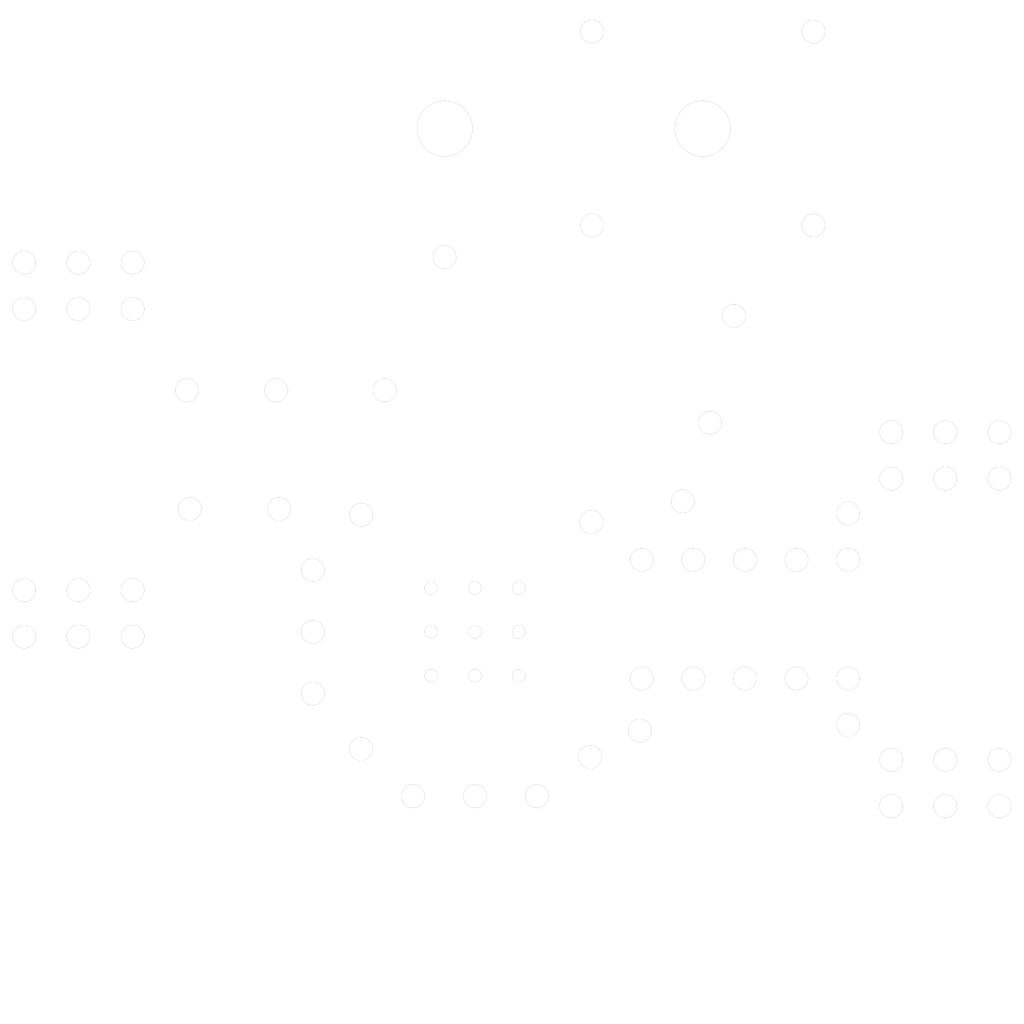
<source format=kicad_pcb>
(kicad_pcb (version 4) (generator gerbview)

  (layers 
    (0 F.Cu signal)
    (31 B.Cu signal)
    (32 B.Adhes user)
    (33 F.Adhes user)
    (34 B.Paste user)
    (35 F.Paste user)
    (36 B.SilkS user)
    (37 F.SilkS user)
    (38 B.Mask user)
    (39 F.Mask user)
    (40 Dwgs.User user)
    (41 Cmts.User user)
    (42 Eco1.User user)
    (43 Eco2.User user)
    (44 Edge.Cuts user)
  )

(gr_circle (center 8.56742 -6.93674) (end 8.69442 -6.93674)(layer Eco1.User) (width 0) (fill solid) )
(gr_circle (center 9.43102 -6.93674) (end 9.55802 -6.93674)(layer Eco1.User) (width 0) (fill solid) )
(gr_circle (center 10.29462 -6.93674) (end 10.42162 -6.93674)(layer Eco1.User) (width 0) (fill solid) )
(gr_circle (center 8.56742 -7.80034) (end 8.69442 -7.80034)(layer Eco1.User) (width 0) (fill solid) )
(gr_circle (center 9.43102 -7.80034) (end 9.55802 -7.80034)(layer Eco1.User) (width 0) (fill solid) )
(gr_circle (center 10.29462 -7.80034) (end 10.42162 -7.80034)(layer Eco1.User) (width 0) (fill solid) )
(gr_circle (center 8.56742 -8.66394) (end 8.69442 -8.66394)(layer Eco1.User) (width 0) (fill solid) )
(gr_circle (center 9.43102 -8.66394) (end 9.55802 -8.66394)(layer Eco1.User) (width 0) (fill solid) )
(gr_circle (center 10.29462 -8.66394) (end 10.42162 -8.66394)(layer Eco1.User) (width 0) (fill solid) )
(gr_circle (center 17.6276 -4.36626) (end 17.8562 -4.36626)(layer Eco1.User) (width 0) (fill solid) )
(gr_circle (center 18.6944 -4.36626) (end 18.923 -4.36626)(layer Eco1.User) (width 0) (fill solid) )
(gr_circle (center 19.7612 -4.36626) (end 19.9898 -4.36626)(layer Eco1.User) (width 0) (fill solid) )
(gr_circle (center 8.21182 -4.56184) (end 8.44042 -4.56184)(layer Eco1.User) (width 0) (fill solid) )
(gr_circle (center 9.43102 -4.56184) (end 9.65962 -4.56184)(layer Eco1.User) (width 0) (fill solid) )
(gr_circle (center 10.64768 -4.56184) (end 10.87628 -4.56184)(layer Eco1.User) (width 0) (fill solid) )
(gr_circle (center 17.6276 -5.28066) (end 17.8562 -5.28066)(layer Eco1.User) (width 0) (fill solid) )
(gr_circle (center 18.6944 -5.28066) (end 18.923 -5.28066)(layer Eco1.User) (width 0) (fill solid) )
(gr_circle (center 19.7612 -5.28066) (end 19.9898 -5.28066)(layer Eco1.User) (width 0) (fill solid) )
(gr_circle (center 11.6967 -5.33654) (end 11.9253 -5.33654)(layer Eco1.User) (width 0) (fill solid) )
(gr_circle (center 7.18566 -5.49402) (end 7.41426 -5.49402)(layer Eco1.User) (width 0) (fill solid) )
(gr_circle (center 12.67714 -5.8547) (end 12.90574 -5.8547)(layer Eco1.User) (width 0) (fill solid) )
(gr_circle (center 16.77924 -5.96646) (end 17.00784 -5.96646)(layer Eco1.User) (width 0) (fill solid) )
(gr_circle (center 6.2357 -6.58368) (end 6.4643 -6.58368)(layer Eco1.User) (width 0) (fill solid) )
(gr_circle (center 12.71524 -6.88086) (end 12.94384 -6.88086)(layer Eco1.User) (width 0) (fill solid) )
(gr_circle (center 13.73124 -6.88086) (end 13.95984 -6.88086)(layer Eco1.User) (width 0) (fill solid) )
(gr_circle (center 14.74724 -6.88086) (end 14.97584 -6.88086)(layer Eco1.User) (width 0) (fill solid) )
(gr_circle (center 15.76324 -6.88086) (end 15.99184 -6.88086)(layer Eco1.User) (width 0) (fill solid) )
(gr_circle (center 16.77924 -6.88086) (end 17.00784 -6.88086)(layer Eco1.User) (width 0) (fill solid) )
(gr_circle (center 0.55372 -7.70636) (end 0.78232 -7.70636)(layer Eco1.User) (width 0) (fill solid) )
(gr_circle (center 1.62052 -7.70636) (end 1.84912 -7.70636)(layer Eco1.User) (width 0) (fill solid) )
(gr_circle (center 2.68732 -7.70636) (end 2.91592 -7.70636)(layer Eco1.User) (width 0) (fill solid) )
(gr_circle (center 6.2357 -7.80034) (end 6.4643 -7.80034)(layer Eco1.User) (width 0) (fill solid) )
(gr_circle (center 0.55372 -8.62076) (end 0.78232 -8.62076)(layer Eco1.User) (width 0) (fill solid) )
(gr_circle (center 1.62052 -8.62076) (end 1.84912 -8.62076)(layer Eco1.User) (width 0) (fill solid) )
(gr_circle (center 2.68732 -8.62076) (end 2.91592 -8.62076)(layer Eco1.User) (width 0) (fill solid) )
(gr_circle (center 6.2357 -9.017) (end 6.4643 -9.017)(layer Eco1.User) (width 0) (fill solid) )
(gr_circle (center 12.71524 -9.21766) (end 12.94384 -9.21766)(layer Eco1.User) (width 0) (fill solid) )
(gr_circle (center 13.73124 -9.21766) (end 13.95984 -9.21766)(layer Eco1.User) (width 0) (fill solid) )
(gr_circle (center 14.74724 -9.21766) (end 14.97584 -9.21766)(layer Eco1.User) (width 0) (fill solid) )
(gr_circle (center 15.76324 -9.21766) (end 15.99184 -9.21766)(layer Eco1.User) (width 0) (fill solid) )
(gr_circle (center 16.77924 -9.21766) (end 17.00784 -9.21766)(layer Eco1.User) (width 0) (fill solid) )
(gr_circle (center 11.72464 -9.96442) (end 11.95324 -9.96442)(layer Eco1.User) (width 0) (fill solid) )
(gr_circle (center 7.19074 -10.10666) (end 7.41934 -10.10666)(layer Eco1.User) (width 0) (fill solid) )
(gr_circle (center 16.77924 -10.13206) (end 17.00784 -10.13206)(layer Eco1.User) (width 0) (fill solid) )
(gr_circle (center 3.81254 -10.22096) (end 4.04114 -10.22096)(layer Eco1.User) (width 0) (fill solid) )
(gr_circle (center 5.57276 -10.22096) (end 5.80136 -10.22096)(layer Eco1.User) (width 0) (fill solid) )
(gr_circle (center 13.52296 -10.36828) (end 13.75156 -10.36828)(layer Eco1.User) (width 0) (fill solid) )
(gr_circle (center 17.6276 -10.81786) (end 17.8562 -10.81786)(layer Eco1.User) (width 0) (fill solid) )
(gr_circle (center 18.6944 -10.81786) (end 18.923 -10.81786)(layer Eco1.User) (width 0) (fill solid) )
(gr_circle (center 19.7612 -10.81786) (end 19.9898 -10.81786)(layer Eco1.User) (width 0) (fill solid) )
(gr_circle (center 17.6276 -11.73226) (end 17.8562 -11.73226)(layer Eco1.User) (width 0) (fill solid) )
(gr_circle (center 18.6944 -11.73226) (end 18.923 -11.73226)(layer Eco1.User) (width 0) (fill solid) )
(gr_circle (center 19.7612 -11.73226) (end 19.9898 -11.73226)(layer Eco1.User) (width 0) (fill solid) )
(gr_circle (center 14.06144 -11.91768) (end 14.29004 -11.91768)(layer Eco1.User) (width 0) (fill solid) )
(gr_circle (center 3.75666 -12.55776) (end 3.98526 -12.55776)(layer Eco1.User) (width 0) (fill solid) )
(gr_circle (center 5.51688 -12.55776) (end 5.74548 -12.55776)(layer Eco1.User) (width 0) (fill solid) )
(gr_circle (center 7.65048 -12.55776) (end 7.87908 -12.55776)(layer Eco1.User) (width 0) (fill solid) )
(gr_circle (center 14.53134 -14.02334) (end 14.75994 -14.02334)(layer Eco1.User) (width 0) (fill solid) )
(gr_circle (center 0.55372 -14.15796) (end 0.78232 -14.15796)(layer Eco1.User) (width 0) (fill solid) )
(gr_circle (center 1.62052 -14.15796) (end 1.84912 -14.15796)(layer Eco1.User) (width 0) (fill solid) )
(gr_circle (center 2.68732 -14.15796) (end 2.91592 -14.15796)(layer Eco1.User) (width 0) (fill solid) )
(gr_circle (center 0.55372 -15.07236) (end 0.78232 -15.07236)(layer Eco1.User) (width 0) (fill solid) )
(gr_circle (center 1.62052 -15.07236) (end 1.84912 -15.07236)(layer Eco1.User) (width 0) (fill solid) )
(gr_circle (center 2.68732 -15.07236) (end 2.91592 -15.07236)(layer Eco1.User) (width 0) (fill solid) )
(gr_circle (center 8.83158 -15.17904) (end 9.06018 -15.17904)(layer Eco1.User) (width 0) (fill solid) )
(gr_circle (center 11.7348 -15.80388) (end 11.9634 -15.80388)(layer Eco1.User) (width 0) (fill solid) )
(gr_circle (center 16.09598 -15.80388) (end 16.32458 -15.80388)(layer Eco1.User) (width 0) (fill solid) )
(gr_circle (center 11.7348 -19.6215) (end 11.9634 -19.6215)(layer Eco1.User) (width 0) (fill solid) )
(gr_circle (center 16.09598 -19.6215) (end 16.32458 -19.6215)(layer Eco1.User) (width 0) (fill solid) )
(gr_circle (center 8.83412 -17.71142) (end 9.38022 -17.71142)(layer Eco1.User) (width 0) (fill solid) )
(gr_circle (center 13.91412 -17.71142) (end 14.46022 -17.71142)(layer Eco1.User) (width 0) (fill solid) )
(gr_poly (pts  (xy 9.38276 -10.37082) (xy 8.97636 -10.37082) (xy 9.05256 -10.16254)
 (xy 9.30656 -10.16254))(layer Dwgs.User) (width 0) )
(gr_poly (pts  (xy 12.07008 -8.25246) (xy 11.79322 -8.17626) (xy 11.79322 -7.92226)
 (xy 12.07008 -7.84606))(layer Dwgs.User) (width 0) )
(gr_poly (pts  (xy 2.40792 -13.16736) (xy 0.50292 -13.16736) (xy 0.50292 -9.61136)
 (xy 2.40792 -9.61136))(layer Dwgs.User) (width 0) )
(gr_poly (pts  (xy 0.50292 -11.89736) (xy 0.09652 -11.89736) (xy 0.09652 -10.88136)
 (xy 0.50292 -10.88136))(layer Dwgs.User) (width 0) )
(gr_poly (pts  (xy 19.812 -9.82726) (xy 17.907 -9.82726) (xy 17.907 -6.27126)
 (xy 19.812 -6.27126))(layer Dwgs.User) (width 0) )
(gr_poly (pts  (xy 20.2184 -8.55726) (xy 19.812 -8.55726) (xy 19.812 -7.54126)
 (xy 20.2184 -7.54126))(layer Dwgs.User) (width 0) )
(gr_poly (pts  (xy 8.79602 -10.14476) (xy 8.69188 -10.32002) (xy 8.51662 -10.21588)
 (xy 8.62076 -10.04062))(layer Dwgs.User) (width 0) )
(gr_poly (pts  (xy 8.60298 -10.46734) (xy 8.4963 -10.6426) (xy 8.32358 -10.53846)
 (xy 8.42772 -10.3632))(layer Dwgs.User) (width 0) )
(gr_poly (pts  (xy 10.91184 -10.02538) (xy 10.83564 -10.21334) (xy 10.64768 -10.13714)
 (xy 10.72388 -9.94918))(layer Dwgs.User) (width 0) )
(gr_poly (pts  (xy 11.303 -10.18032) (xy 11.2268 -10.36828) (xy 11.03884 -10.29462)
 (xy 11.1125 -10.10412))(layer Dwgs.User) (width 0) )
(gr_poly (pts  (xy 9.72312 -11.19378) (xy 9.69772 -11.39698) (xy 9.49452 -11.37158)
 (xy 9.51992 -11.16838))(layer Dwgs.User) (width 0) )
(gr_poly (pts  (xy 8.2804 -10.10666) (xy 8.21182 -10.29716) (xy 8.02132 -10.22858)
 (xy 8.0899 -10.03808))(layer Dwgs.User) (width 0) )
(gr_poly (pts  (xy 8.1534 -10.46226) (xy 8.08482 -10.65276) (xy 7.89432 -10.58418)
 (xy 7.9629 -10.39368))(layer Dwgs.User) (width 0) )
(gr_poly (pts  (xy 10.78484 -9.47674) (xy 10.58672 -9.51738) (xy 10.54608 -9.31672)
 (xy 10.7442 -9.27608))(layer Dwgs.User) (width 0) )
(gr_poly (pts  (xy 10.71372 -9.12368) (xy 10.51306 -9.16432) (xy 10.47242 -8.9662)
 (xy 10.67308 -8.92556))(layer Dwgs.User) (width 0) )
(gr_poly (pts  (xy 8.32104 -9.31418) (xy 8.28548 -9.51484) (xy 8.08482 -9.47928)
 (xy 8.12292 -9.27862))(layer Dwgs.User) (width 0) )
(gr_poly (pts  (xy 8.38708 -8.96112) (xy 8.35152 -9.16178) (xy 8.15086 -9.12368)
 (xy 8.18642 -8.92556))(layer Dwgs.User) (width 0) )
(gr_poly (pts  (xy 8.32104 -6.2865) (xy 8.12292 -6.32206) (xy 8.08482 -6.1214)
 (xy 8.28548 -6.08584))(layer Dwgs.User) (width 0) )
(gr_poly (pts  (xy 8.38708 -6.63956) (xy 8.18642 -6.67512) (xy 8.15086 -6.477)
 (xy 8.35152 -6.4389))(layer Dwgs.User) (width 0) )
(gr_poly (pts  (xy 10.78484 -6.12394) (xy 10.7442 -6.32206) (xy 10.54608 -6.28142)
 (xy 10.58672 -6.0833))(layer Dwgs.User) (width 0) )
(gr_poly (pts  (xy 10.71372 -6.477) (xy 10.67308 -6.67512) (xy 10.47242 -6.63448)
 (xy 10.51306 -6.43636))(layer Dwgs.User) (width 0) )
(gr_poly (pts  (xy 7.95528 -9.11352) (xy 7.75716 -9.15162) (xy 7.71652 -8.9535)
 (xy 7.91464 -8.91286))(layer Dwgs.User) (width 0) )
(gr_poly (pts  (xy 8.30834 -9.0424) (xy 8.10768 -9.08304) (xy 8.06704 -8.88238)
 (xy 8.2677 -8.84428))(layer Dwgs.User) (width 0) )
(gr_poly (pts  (xy 7.95528 -6.4897) (xy 7.91718 -6.68782) (xy 7.71652 -6.64972)
 (xy 7.75462 -6.4516))(layer Dwgs.User) (width 0) )
(gr_poly (pts  (xy 8.3058 -6.55828) (xy 8.2677 -6.7564) (xy 8.06958 -6.7183)
 (xy 8.10768 -6.51764))(layer Dwgs.User) (width 0) )
(gr_poly (pts  (xy 11.14298 -8.9535) (xy 11.10488 -9.15162) (xy 10.90422 -9.11352)
 (xy 10.94486 -8.91286))(layer Dwgs.User) (width 0) )
(gr_poly (pts  (xy 10.79246 -8.88238) (xy 10.75182 -9.08304) (xy 10.5537 -9.0424)
 (xy 10.5918 -8.84428))(layer Dwgs.User) (width 0) )
(gr_poly (pts  (xy 11.14298 -6.64972) (xy 10.94232 -6.68782) (xy 10.90422 -6.4897)
 (xy 11.10488 -6.4516))(layer Dwgs.User) (width 0) )
(gr_poly (pts  (xy 10.79246 -6.7183) (xy 10.5918 -6.7564) (xy 10.5537 -6.55828)
 (xy 10.75182 -6.51764))(layer Dwgs.User) (width 0) )
(gr_poly (pts  (xy 12.28344 -7.48538) (xy 12.0904 -7.55142) (xy 12.02436 -7.36092)
 (xy 12.21486 -7.29488))(layer Dwgs.User) (width 0) )
(gr_poly (pts  (xy 11.95578 -7.59968) (xy 11.76528 -7.66572) (xy 11.69924 -7.47268)
 (xy 11.88974 -7.40664))(layer Dwgs.User) (width 0) )
(gr_poly (pts  (xy 12.28344 -8.61568) (xy 12.21486 -8.80618) (xy 12.02436 -8.74014)
 (xy 12.0904 -8.5471))(layer Dwgs.User) (width 0) )
(gr_poly (pts  (xy 11.95578 -8.50138) (xy 11.88974 -8.69442) (xy 11.69924 -8.62838)
 (xy 11.76528 -8.43534))(layer Dwgs.User) (width 0) )
(gr_poly (pts  (xy 11.47572 -10.3886) (xy 11.32332 -10.52322) (xy 11.1887 -10.36828)
 (xy 11.3411 -10.2362))(layer Dwgs.User) (width 0) )
(gr_poly (pts  (xy 11.93292 -10.9093) (xy 11.78052 -11.04392) (xy 11.6459 -10.89152)
 (xy 11.7983 -10.7569))(layer Dwgs.User) (width 0) )
(gr_poly (pts  (xy 11.5189 -11.92276) (xy 11.3919 -12.08278) (xy 11.23188 -11.95578)
 (xy 11.35888 -11.79576))(layer Dwgs.User) (width 0) )
(gr_poly (pts  (xy 11.938 -11.3919) (xy 11.811 -11.55192) (xy 11.65098 -11.42746)
 (xy 11.77798 -11.26744))(layer Dwgs.User) (width 0) )
(gr_poly (pts  (xy 9.06526 -17.54378) (xy 8.94842 -17.76984) (xy 8.72236 -17.653)
 (xy 8.8392 -17.42694))(layer Dwgs.User) (width 0) )
(gr_line (start 10.57402 -8.94334) (end 10.57402 -6.65734) (layer Dwgs.User) (width 0.254))
(gr_line (start 10.57402 -6.65734) (end 8.28802 -6.65734) (layer Dwgs.User) (width 0.254))
(gr_line (start 8.28802 -6.65734) (end 8.28802 -8.94334) (layer Dwgs.User) (width 0.254))
(gr_line (start 8.28802 -8.94334) (end 10.57402 -8.94334) (layer Dwgs.User) (width 0.254))
(gr_line (start 8.35914 -10.72896) (end 8.35914 -10.72896) (layer Dwgs.User) (width 0.254))
(gr_line (start 8.35914 -10.72896) (end 8.39978 -10.61974) (layer Dwgs.User) (width 0.254))
(gr_line (start 8.39978 -10.61974) (end 7.5946 -10.61974) (layer Dwgs.User) (width 0.254))
(gr_line (start 7.5946 -10.61974) (end 7.5946 -9.63422) (layer Dwgs.User) (width 0.254))
(gr_line (start 7.5946 -9.63422) (end 6.61162 -9.63422) (layer Dwgs.User) (width 0.254))
(gr_line (start 6.61162 -9.63422) (end 6.61162 -5.96646) (layer Dwgs.User) (width 0.254))
(gr_line (start 6.61162 -5.96646) (end 7.5946 -5.96646) (layer Dwgs.User) (width 0.254))
(gr_line (start 7.5946 -5.96646) (end 7.5946 -4.98094) (layer Dwgs.User) (width 0.254))
(gr_line (start 7.5946 -4.98094) (end 11.2649 -4.98094) (layer Dwgs.User) (width 0.254))
(gr_line (start 11.2649 -4.98094) (end 11.2649 -5.96646) (layer Dwgs.User) (width 0.254))
(gr_line (start 11.2649 -5.96646) (end 12.25042 -5.96646) (layer Dwgs.User) (width 0.254))
(gr_line (start 12.25042 -5.96646) (end 12.25042 -7.32282) (layer Dwgs.User) (width 0.254))
(gr_line (start 12.25042 -7.32282) (end 12.25042 -7.38886) (layer Dwgs.User) (width 0.254))
(gr_line (start 12.25042 -7.38886) (end 17.272 -7.38886) (layer Dwgs.User) (width 0.254))
(gr_line (start 17.272 -7.38886) (end 17.272 -5.63626) (layer Dwgs.User) (width 0.254))
(gr_line (start 17.272 -5.63626) (end 20.1168 -5.63626) (layer Dwgs.User) (width 0.254))
(gr_line (start 20.1168 -5.63626) (end 20.1168 -0.2032) (layer Dwgs.User) (width 0.254))
(gr_line (start 20.1168 -0.2032) (end 0.2032 -0.2032) (layer Dwgs.User) (width 0.254))
(gr_line (start 0.2032 -0.2032) (end 0.2032 -8.97636) (layer Dwgs.User) (width 0.254))
(gr_line (start 0.2032 -8.97636) (end 3.04292 -8.97636) (layer Dwgs.User) (width 0.254))
(gr_line (start 3.04292 -8.97636) (end 3.04292 -10.72896) (layer Dwgs.User) (width 0.254))
(gr_line (start 3.04292 -10.72896) (end 8.35914 -10.72896) (layer Dwgs.User) (width 0.254))
(gr_line (start 13.81252 -12.31138) (end 13.81252 -14.49578) (layer Dwgs.User) (width 0.254))
(gr_line (start 13.81252 -14.49578) (end 11.12012 -14.49578) (layer Dwgs.User) (width 0.254))
(gr_line (start 11.12012 -14.49578) (end 11.12012 -12.31138) (layer Dwgs.User) (width 0.254))
(gr_line (start 11.12012 -12.31138) (end 13.81252 -12.31138) (layer Dwgs.User) (width 0.254))
(gr_line (start 14.3129 -19.71802) (end 14.13764 -19.74342) (layer Dwgs.User) (width 0.254))
(gr_line (start 14.13764 -19.74342) (end 13.95984 -19.75612) (layer Dwgs.User) (width 0.254))
(gr_line (start 13.95984 -19.75612) (end 13.78204 -19.75358) (layer Dwgs.User) (width 0.254))
(gr_line (start 13.78204 -19.75358) (end 13.60424 -19.73326) (layer Dwgs.User) (width 0.254))
(gr_line (start 13.60424 -19.73326) (end 13.42898 -19.6977) (layer Dwgs.User) (width 0.254))
(gr_line (start 13.42898 -19.6977) (end 13.2588 -19.64944) (layer Dwgs.User) (width 0.254))
(gr_line (start 13.2588 -19.64944) (end 13.09116 -19.5834) (layer Dwgs.User) (width 0.254))
(gr_line (start 13.09116 -19.5834) (end 12.93114 -19.50466) (layer Dwgs.User) (width 0.254))
(gr_line (start 12.93114 -19.50466) (end 12.77874 -19.41322) (layer Dwgs.User) (width 0.254))
(gr_line (start 12.77874 -19.41322) (end 12.6365 -19.30654) (layer Dwgs.User) (width 0.254))
(gr_line (start 12.6365 -19.30654) (end 12.50188 -19.1897) (layer Dwgs.User) (width 0.254))
(gr_line (start 12.50188 -19.1897) (end 12.37742 -19.06016) (layer Dwgs.User) (width 0.254))
(gr_line (start 12.37742 -19.06016) (end 12.26566 -18.92046) (layer Dwgs.User) (width 0.254))
(gr_line (start 12.26566 -18.92046) (end 12.1666 -18.77314) (layer Dwgs.User) (width 0.254))
(gr_line (start 12.1666 -18.77314) (end 12.08024 -18.61566) (layer Dwgs.User) (width 0.254))
(gr_line (start 12.08024 -18.61566) (end 12.00912 -18.4531) (layer Dwgs.User) (width 0.254))
(gr_line (start 12.00912 -18.4531) (end 11.95324 -18.28546) (layer Dwgs.User) (width 0.254))
(gr_line (start 11.95324 -18.28546) (end 11.91006 -18.1102) (layer Dwgs.User) (width 0.254))
(gr_line (start 11.91006 -18.1102) (end 11.88212 -17.93494) (layer Dwgs.User) (width 0.254))
(gr_line (start 11.88212 -17.93494) (end 11.87196 -17.75714) (layer Dwgs.User) (width 0.254))
(gr_line (start 11.87196 -17.75714) (end 11.8745 -17.57934) (layer Dwgs.User) (width 0.254))
(gr_line (start 11.8745 -17.57934) (end 11.89482 -17.40154) (layer Dwgs.User) (width 0.254))
(gr_line (start 11.89482 -17.40154) (end 11.92784 -17.22628) (layer Dwgs.User) (width 0.254))
(gr_line (start 11.92784 -17.22628) (end 11.97864 -17.0561) (layer Dwgs.User) (width 0.254))
(gr_line (start 11.97864 -17.0561) (end 12.04468 -16.88846) (layer Dwgs.User) (width 0.254))
(gr_line (start 12.04468 -16.88846) (end 12.12342 -16.72844) (layer Dwgs.User) (width 0.254))
(gr_line (start 12.12342 -16.72844) (end 12.21486 -16.57604) (layer Dwgs.User) (width 0.254))
(gr_line (start 12.21486 -16.57604) (end 12.32154 -16.43126) (layer Dwgs.User) (width 0.254))
(gr_line (start 12.32154 -16.43126) (end 12.43838 -16.29918) (layer Dwgs.User) (width 0.254))
(gr_line (start 12.43838 -16.29918) (end 12.56792 -16.17472) (layer Dwgs.User) (width 0.254))
(gr_line (start 12.56792 -16.17472) (end 12.70508 -16.06296) (layer Dwgs.User) (width 0.254))
(gr_line (start 12.70508 -16.06296) (end 12.85494 -15.9639) (layer Dwgs.User) (width 0.254))
(gr_line (start 12.85494 -15.9639) (end 13.00988 -15.87754) (layer Dwgs.User) (width 0.254))
(gr_line (start 13.00988 -15.87754) (end 13.17498 -15.80642) (layer Dwgs.User) (width 0.254))
(gr_line (start 13.17498 -15.80642) (end 13.34262 -15.748) (layer Dwgs.User) (width 0.254))
(gr_line (start 13.34262 -15.748) (end 13.51534 -15.70736) (layer Dwgs.User) (width 0.254))
(gr_line (start 13.51534 -15.70736) (end 13.69314 -15.67942) (layer Dwgs.User) (width 0.254))
(gr_line (start 13.69314 -15.67942) (end 13.87094 -15.66672) (layer Dwgs.User) (width 0.254))
(gr_line (start 13.87094 -15.66672) (end 14.04874 -15.6718) (layer Dwgs.User) (width 0.254))
(gr_line (start 14.04874 -15.6718) (end 14.22654 -15.69212) (layer Dwgs.User) (width 0.254))
(gr_line (start 14.22654 -15.69212) (end 14.4018 -15.72514) (layer Dwgs.User) (width 0.254))
(gr_line (start 14.4018 -15.72514) (end 14.57198 -15.77594) (layer Dwgs.User) (width 0.254))
(gr_line (start 14.57198 -15.77594) (end 14.73962 -15.83944) (layer Dwgs.User) (width 0.254))
(gr_line (start 14.73962 -15.83944) (end 14.89964 -15.91818) (layer Dwgs.User) (width 0.254))
(gr_line (start 14.89964 -15.91818) (end 15.05204 -16.01216) (layer Dwgs.User) (width 0.254))
(gr_line (start 15.05204 -16.01216) (end 15.19428 -16.1163) (layer Dwgs.User) (width 0.254))
(gr_line (start 15.19428 -16.1163) (end 15.3289 -16.23568) (layer Dwgs.User) (width 0.254))
(gr_line (start 15.3289 -16.23568) (end 15.45336 -16.36268) (layer Dwgs.User) (width 0.254))
(gr_line (start 15.45336 -16.36268) (end 15.56512 -16.50238) (layer Dwgs.User) (width 0.254))
(gr_line (start 15.56512 -16.50238) (end 15.66418 -16.65224) (layer Dwgs.User) (width 0.254))
(gr_line (start 15.66418 -16.65224) (end 15.748 -16.80718) (layer Dwgs.User) (width 0.254))
(gr_line (start 15.748 -16.80718) (end 15.82166 -16.96974) (layer Dwgs.User) (width 0.254))
(gr_line (start 15.82166 -16.96974) (end 15.87754 -17.13992) (layer Dwgs.User) (width 0.254))
(gr_line (start 15.87754 -17.13992) (end 15.92072 -17.31264) (layer Dwgs.User) (width 0.254))
(gr_line (start 15.92072 -17.31264) (end 15.94866 -17.49044) (layer Dwgs.User) (width 0.254))
(gr_line (start 15.94866 -17.49044) (end 15.95882 -17.66824) (layer Dwgs.User) (width 0.254))
(gr_line (start 15.95882 -17.66824) (end 15.95628 -17.84604) (layer Dwgs.User) (width 0.254))
(gr_line (start 15.95628 -17.84604) (end 15.93596 -18.02384) (layer Dwgs.User) (width 0.254))
(gr_line (start 15.93596 -18.02384) (end 15.9004 -18.1991) (layer Dwgs.User) (width 0.254))
(gr_line (start 15.9004 -18.1991) (end 15.85214 -18.36928) (layer Dwgs.User) (width 0.254))
(gr_line (start 15.85214 -18.36928) (end 15.7861 -18.53438) (layer Dwgs.User) (width 0.254))
(gr_line (start 15.7861 -18.53438) (end 15.70736 -18.6944) (layer Dwgs.User) (width 0.254))
(gr_line (start 15.70736 -18.6944) (end 15.61592 -18.8468) (layer Dwgs.User) (width 0.254))
(gr_line (start 15.61592 -18.8468) (end 15.50924 -18.99158) (layer Dwgs.User) (width 0.254))
(gr_line (start 15.50924 -18.99158) (end 15.3924 -19.1262) (layer Dwgs.User) (width 0.254))
(gr_line (start 15.3924 -19.1262) (end 15.26286 -19.24812) (layer Dwgs.User) (width 0.254))
(gr_line (start 15.26286 -19.24812) (end 15.12316 -19.35988) (layer Dwgs.User) (width 0.254))
(gr_line (start 15.12316 -19.35988) (end 14.97584 -19.45894) (layer Dwgs.User) (width 0.254))
(gr_line (start 14.97584 -19.45894) (end 14.81836 -19.5453) (layer Dwgs.User) (width 0.254))
(gr_line (start 14.81836 -19.5453) (end 14.6558 -19.61896) (layer Dwgs.User) (width 0.254))
(gr_line (start 14.6558 -19.61896) (end 14.50848 -19.66976) (layer Dwgs.User) (width 0.254))
(gr_line (start 14.50848 -19.66976) (end 14.33576 -19.71294) (layer Dwgs.User) (width 0.254))
(gr_line (start 14.33576 -19.71294) (end 14.3129 -19.71802) (layer Dwgs.User) (width 0.254))
(gr_line (start 20.1168 -20.1168) (end 20.1168 -10.46226) (layer Dwgs.User) (width 0.254))
(gr_line (start 20.1168 -10.46226) (end 17.272 -10.46226) (layer Dwgs.User) (width 0.254))
(gr_line (start 17.272 -10.46226) (end 17.272 -8.70966) (layer Dwgs.User) (width 0.254))
(gr_line (start 17.272 -8.70966) (end 12.25042 -8.70966) (layer Dwgs.User) (width 0.254))
(gr_line (start 12.25042 -8.70966) (end 12.25042 -8.7757) (layer Dwgs.User) (width 0.254))
(gr_line (start 12.25042 -8.7757) (end 12.25042 -9.63422) (layer Dwgs.User) (width 0.254))
(gr_line (start 12.25042 -9.63422) (end 11.2649 -9.63422) (layer Dwgs.User) (width 0.254))
(gr_line (start 11.2649 -9.63422) (end 11.2649 -10.30224) (layer Dwgs.User) (width 0.254))
(gr_line (start 11.2649 -10.30224) (end 13.05052 -10.30224) (layer Dwgs.User) (width 0.254))
(gr_line (start 13.05052 -10.30224) (end 13.05052 -12.00404) (layer Dwgs.User) (width 0.254))
(gr_line (start 13.05052 -12.00404) (end 10.76452 -12.00404) (layer Dwgs.User) (width 0.254))
(gr_line (start 10.76452 -12.00404) (end 10.76452 -15.10284) (layer Dwgs.User) (width 0.254))
(gr_line (start 10.76452 -15.10284) (end 10.75436 -15.2019) (layer Dwgs.User) (width 0.254))
(gr_line (start 10.75436 -15.2019) (end 10.72896 -15.30096) (layer Dwgs.User) (width 0.254))
(gr_line (start 10.72896 -15.30096) (end 10.69848 -15.36954) (layer Dwgs.User) (width 0.254))
(gr_line (start 10.69848 -15.36954) (end 10.25144 -16.23822) (layer Dwgs.User) (width 0.254))
(gr_line (start 10.25144 -16.23822) (end 10.3759 -16.36776) (layer Dwgs.User) (width 0.254))
(gr_line (start 10.3759 -16.36776) (end 10.48512 -16.50492) (layer Dwgs.User) (width 0.254))
(gr_line (start 10.48512 -16.50492) (end 10.58418 -16.65478) (layer Dwgs.User) (width 0.254))
(gr_line (start 10.58418 -16.65478) (end 10.67054 -16.81226) (layer Dwgs.User) (width 0.254))
(gr_line (start 10.67054 -16.81226) (end 10.74166 -16.97482) (layer Dwgs.User) (width 0.254))
(gr_line (start 10.74166 -16.97482) (end 10.80008 -17.14246) (layer Dwgs.User) (width 0.254))
(gr_line (start 10.80008 -17.14246) (end 10.84072 -17.31772) (layer Dwgs.User) (width 0.254))
(gr_line (start 10.84072 -17.31772) (end 10.86866 -17.49298) (layer Dwgs.User) (width 0.254))
(gr_line (start 10.86866 -17.49298) (end 10.87882 -17.67078) (layer Dwgs.User) (width 0.254))
(gr_line (start 10.87882 -17.67078) (end 10.87628 -17.84858) (layer Dwgs.User) (width 0.254))
(gr_line (start 10.87628 -17.84858) (end 10.85596 -18.02638) (layer Dwgs.User) (width 0.254))
(gr_line (start 10.85596 -18.02638) (end 10.8204 -18.20164) (layer Dwgs.User) (width 0.254))
(gr_line (start 10.8204 -18.20164) (end 10.7696 -18.37182) (layer Dwgs.User) (width 0.254))
(gr_line (start 10.7696 -18.37182) (end 10.7061 -18.53946) (layer Dwgs.User) (width 0.254))
(gr_line (start 10.7061 -18.53946) (end 10.62482 -18.69948) (layer Dwgs.User) (width 0.254))
(gr_line (start 10.62482 -18.69948) (end 10.53338 -18.85188) (layer Dwgs.User) (width 0.254))
(gr_line (start 10.53338 -18.85188) (end 10.4267 -18.99412) (layer Dwgs.User) (width 0.254))
(gr_line (start 10.4267 -18.99412) (end 10.30986 -19.12874) (layer Dwgs.User) (width 0.254))
(gr_line (start 10.30986 -19.12874) (end 10.18032 -19.25066) (layer Dwgs.User) (width 0.254))
(gr_line (start 10.18032 -19.25066) (end 10.04062 -19.36242) (layer Dwgs.User) (width 0.254))
(gr_line (start 10.04062 -19.36242) (end 9.8933 -19.46148) (layer Dwgs.User) (width 0.254))
(gr_line (start 9.8933 -19.46148) (end 9.73582 -19.54784) (layer Dwgs.User) (width 0.254))
(gr_line (start 9.73582 -19.54784) (end 9.57326 -19.61896) (layer Dwgs.User) (width 0.254))
(gr_line (start 9.57326 -19.61896) (end 9.40308 -19.67738) (layer Dwgs.User) (width 0.254))
(gr_line (start 9.40308 -19.67738) (end 9.23036 -19.71802) (layer Dwgs.User) (width 0.254))
(gr_line (start 9.23036 -19.71802) (end 9.0551 -19.74596) (layer Dwgs.User) (width 0.254))
(gr_line (start 9.0551 -19.74596) (end 8.87476 -19.75612) (layer Dwgs.User) (width 0.254))
(gr_line (start 8.87476 -19.75612) (end 8.69696 -19.75104) (layer Dwgs.User) (width 0.254))
(gr_line (start 8.69696 -19.75104) (end 8.51916 -19.73326) (layer Dwgs.User) (width 0.254))
(gr_line (start 8.51916 -19.73326) (end 8.34644 -19.6977) (layer Dwgs.User) (width 0.254))
(gr_line (start 8.34644 -19.6977) (end 8.17372 -19.6469) (layer Dwgs.User) (width 0.254))
(gr_line (start 8.17372 -19.6469) (end 8.00862 -19.58086) (layer Dwgs.User) (width 0.254))
(gr_line (start 8.00862 -19.58086) (end 7.8486 -19.50212) (layer Dwgs.User) (width 0.254))
(gr_line (start 7.8486 -19.50212) (end 7.6962 -19.41068) (layer Dwgs.User) (width 0.254))
(gr_line (start 7.6962 -19.41068) (end 7.55142 -19.304) (layer Dwgs.User) (width 0.254))
(gr_line (start 7.55142 -19.304) (end 7.41934 -19.18716) (layer Dwgs.User) (width 0.254))
(gr_line (start 7.41934 -19.18716) (end 7.29488 -19.05762) (layer Dwgs.User) (width 0.254))
(gr_line (start 7.29488 -19.05762) (end 7.18312 -18.91792) (layer Dwgs.User) (width 0.254))
(gr_line (start 7.18312 -18.91792) (end 7.08406 -18.7706) (layer Dwgs.User) (width 0.254))
(gr_line (start 7.08406 -18.7706) (end 7.00024 -18.61312) (layer Dwgs.User) (width 0.254))
(gr_line (start 7.00024 -18.61312) (end 6.92912 -18.45056) (layer Dwgs.User) (width 0.254))
(gr_line (start 6.92912 -18.45056) (end 6.8707 -18.28038) (layer Dwgs.User) (width 0.254))
(gr_line (start 6.8707 -18.28038) (end 6.83006 -18.10766) (layer Dwgs.User) (width 0.254))
(gr_line (start 6.83006 -18.10766) (end 6.80212 -17.92986) (layer Dwgs.User) (width 0.254))
(gr_line (start 6.80212 -17.92986) (end 6.79196 -17.75206) (layer Dwgs.User) (width 0.254))
(gr_line (start 6.79196 -17.75206) (end 6.7945 -17.57426) (layer Dwgs.User) (width 0.254))
(gr_line (start 6.7945 -17.57426) (end 6.81482 -17.39646) (layer Dwgs.User) (width 0.254))
(gr_line (start 6.81482 -17.39646) (end 6.85038 -17.2212) (layer Dwgs.User) (width 0.254))
(gr_line (start 6.85038 -17.2212) (end 6.90118 -17.05102) (layer Dwgs.User) (width 0.254))
(gr_line (start 6.90118 -17.05102) (end 6.96468 -16.88592) (layer Dwgs.User) (width 0.254))
(gr_line (start 6.96468 -16.88592) (end 7.04342 -16.7259) (layer Dwgs.User) (width 0.254))
(gr_line (start 7.04342 -16.7259) (end 7.1374 -16.5735) (layer Dwgs.User) (width 0.254))
(gr_line (start 7.1374 -16.5735) (end 7.24408 -16.42872) (layer Dwgs.User) (width 0.254))
(gr_line (start 7.24408 -16.42872) (end 7.36092 -16.2941) (layer Dwgs.User) (width 0.254))
(gr_line (start 7.36092 -16.2941) (end 7.49046 -16.17218) (layer Dwgs.User) (width 0.254))
(gr_line (start 7.49046 -16.17218) (end 7.63016 -16.06042) (layer Dwgs.User) (width 0.254))
(gr_line (start 7.63016 -16.06042) (end 7.77748 -15.96136) (layer Dwgs.User) (width 0.254))
(gr_line (start 7.77748 -15.96136) (end 7.93496 -15.87754) (layer Dwgs.User) (width 0.254))
(gr_line (start 7.93496 -15.87754) (end 8.09752 -15.80388) (layer Dwgs.User) (width 0.254))
(gr_line (start 8.09752 -15.80388) (end 8.2677 -15.748) (layer Dwgs.User) (width 0.254))
(gr_line (start 8.2677 -15.748) (end 8.44042 -15.70482) (layer Dwgs.User) (width 0.254))
(gr_line (start 8.44042 -15.70482) (end 8.61568 -15.67942) (layer Dwgs.User) (width 0.254))
(gr_line (start 8.61568 -15.67942) (end 8.79348 -15.66672) (layer Dwgs.User) (width 0.254))
(gr_line (start 8.79348 -15.66672) (end 8.97382 -15.6718) (layer Dwgs.User) (width 0.254))
(gr_line (start 8.97382 -15.6718) (end 9.14908 -15.69212) (layer Dwgs.User) (width 0.254))
(gr_line (start 9.14908 -15.69212) (end 9.21258 -15.70228) (layer Dwgs.User) (width 0.254))
(gr_line (start 9.21258 -15.70228) (end 9.59612 -14.9606) (layer Dwgs.User) (width 0.254))
(gr_line (start 9.59612 -14.9606) (end 9.59612 -14.49578) (layer Dwgs.User) (width 0.254))
(gr_line (start 9.59612 -14.49578) (end 8.07212 -14.49578) (layer Dwgs.User) (width 0.254))
(gr_line (start 8.07212 -14.49578) (end 8.07212 -12.31138) (layer Dwgs.User) (width 0.254))
(gr_line (start 8.07212 -12.31138) (end 9.59612 -12.31138) (layer Dwgs.User) (width 0.254))
(gr_line (start 9.59612 -12.31138) (end 9.59612 -12.00404) (layer Dwgs.User) (width 0.254))
(gr_line (start 9.59612 -12.00404) (end 9.59612 -11.38428) (layer Dwgs.User) (width 0.254))
(gr_line (start 9.59612 -11.38428) (end 9.51992 -11.48842) (layer Dwgs.User) (width 0.254))
(gr_line (start 9.51992 -11.48842) (end 9.4361 -11.58494) (layer Dwgs.User) (width 0.254))
(gr_line (start 9.4361 -11.58494) (end 9.34212 -11.67638) (layer Dwgs.User) (width 0.254))
(gr_line (start 9.34212 -11.67638) (end 9.24306 -11.75766) (layer Dwgs.User) (width 0.254))
(gr_line (start 9.24306 -11.75766) (end 9.13638 -11.82878) (layer Dwgs.User) (width 0.254))
(gr_line (start 9.13638 -11.82878) (end 9.02208 -11.89228) (layer Dwgs.User) (width 0.254))
(gr_line (start 9.02208 -11.89228) (end 8.90524 -11.94562) (layer Dwgs.User) (width 0.254))
(gr_line (start 8.90524 -11.94562) (end 8.78332 -11.98626) (layer Dwgs.User) (width 0.254))
(gr_line (start 8.78332 -11.98626) (end 8.65632 -12.01928) (layer Dwgs.User) (width 0.254))
(gr_line (start 8.65632 -12.01928) (end 8.52932 -12.0396) (layer Dwgs.User) (width 0.254))
(gr_line (start 8.52932 -12.0396) (end 8.39978 -12.04722) (layer Dwgs.User) (width 0.254))
(gr_line (start 8.39978 -12.04722) (end 8.35914 -12.04722) (layer Dwgs.User) (width 0.254))
(gr_line (start 8.35914 -12.04722) (end 3.04292 -12.04722) (layer Dwgs.User) (width 0.254))
(gr_line (start 3.04292 -12.04722) (end 3.04292 -13.80236) (layer Dwgs.User) (width 0.254))
(gr_line (start 3.04292 -13.80236) (end 0.2032 -13.80236) (layer Dwgs.User) (width 0.254))
(gr_line (start 0.2032 -13.80236) (end 0.2032 -20.1168) (layer Dwgs.User) (width 0.254))
(gr_line (start 0.2032 -20.1168) (end 20.1168 -20.1168) (layer Dwgs.User) (width 0.254))
(gr_line (start 8.28802 -6.70306) (end 10.57402 -6.70306) (layer Dwgs.User) (width 0.254))
(gr_line (start 8.28802 -6.9342) (end 10.57402 -6.9342) (layer Dwgs.User) (width 0.254))
(gr_line (start 8.28802 -7.16534) (end 10.57402 -7.16534) (layer Dwgs.User) (width 0.254))
(gr_line (start 8.28802 -7.39648) (end 10.57402 -7.39648) (layer Dwgs.User) (width 0.254))
(gr_line (start 8.28802 -7.62762) (end 10.57402 -7.62762) (layer Dwgs.User) (width 0.254))
(gr_line (start 8.28802 -7.85876) (end 10.57402 -7.85876) (layer Dwgs.User) (width 0.254))
(gr_line (start 8.28802 -8.0899) (end 10.57402 -8.0899) (layer Dwgs.User) (width 0.254))
(gr_line (start 8.28802 -8.32104) (end 10.57402 -8.32104) (layer Dwgs.User) (width 0.254))
(gr_line (start 8.28802 -8.55218) (end 10.57402 -8.55218) (layer Dwgs.User) (width 0.254))
(gr_line (start 8.28802 -8.78332) (end 10.57402 -8.78332) (layer Dwgs.User) (width 0.254))
(gr_line (start 0.2032 -0.23114) (end 20.1168 -0.23114) (layer Dwgs.User) (width 0.254))
(gr_line (start 0.2032 -0.46228) (end 20.1168 -0.46228) (layer Dwgs.User) (width 0.254))
(gr_line (start 0.2032 -0.69342) (end 20.1168 -0.69342) (layer Dwgs.User) (width 0.254))
(gr_line (start 0.2032 -0.92456) (end 20.1168 -0.92456) (layer Dwgs.User) (width 0.254))
(gr_line (start 0.2032 -1.1557) (end 20.1168 -1.1557) (layer Dwgs.User) (width 0.254))
(gr_line (start 0.2032 -1.38684) (end 20.1168 -1.38684) (layer Dwgs.User) (width 0.254))
(gr_line (start 0.2032 -1.61798) (end 20.1168 -1.61798) (layer Dwgs.User) (width 0.254))
(gr_line (start 0.2032 -1.84912) (end 20.1168 -1.84912) (layer Dwgs.User) (width 0.254))
(gr_line (start 0.2032 -2.08026) (end 20.1168 -2.08026) (layer Dwgs.User) (width 0.254))
(gr_line (start 0.2032 -2.3114) (end 20.1168 -2.3114) (layer Dwgs.User) (width 0.254))
(gr_line (start 0.2032 -2.54254) (end 20.1168 -2.54254) (layer Dwgs.User) (width 0.254))
(gr_line (start 0.2032 -2.77368) (end 20.1168 -2.77368) (layer Dwgs.User) (width 0.254))
(gr_line (start 0.2032 -3.00482) (end 20.1168 -3.00482) (layer Dwgs.User) (width 0.254))
(gr_line (start 0.2032 -3.23596) (end 20.1168 -3.23596) (layer Dwgs.User) (width 0.254))
(gr_line (start 0.2032 -3.4671) (end 20.1168 -3.4671) (layer Dwgs.User) (width 0.254))
(gr_line (start 0.2032 -3.69824) (end 20.1168 -3.69824) (layer Dwgs.User) (width 0.254))
(gr_line (start 0.2032 -3.92938) (end 20.1168 -3.92938) (layer Dwgs.User) (width 0.254))
(gr_line (start 0.2032 -4.16052) (end 20.1168 -4.16052) (layer Dwgs.User) (width 0.254))
(gr_line (start 0.2032 -4.39166) (end 20.1168 -4.39166) (layer Dwgs.User) (width 0.254))
(gr_line (start 0.2032 -4.6228) (end 20.1168 -4.6228) (layer Dwgs.User) (width 0.254))
(gr_line (start 0.2032 -4.85394) (end 20.1168 -4.85394) (layer Dwgs.User) (width 0.254))
(gr_line (start 11.2649 -5.08508) (end 20.1168 -5.08508) (layer Dwgs.User) (width 0.254))
(gr_line (start 0.2032 -5.08508) (end 7.5946 -5.08508) (layer Dwgs.User) (width 0.254))
(gr_line (start 11.2649 -5.31622) (end 20.1168 -5.31622) (layer Dwgs.User) (width 0.254))
(gr_line (start 0.2032 -5.31622) (end 7.5946 -5.31622) (layer Dwgs.User) (width 0.254))
(gr_line (start 11.2649 -5.54736) (end 20.1168 -5.54736) (layer Dwgs.User) (width 0.254))
(gr_line (start 0.2032 -5.54736) (end 7.5946 -5.54736) (layer Dwgs.User) (width 0.254))
(gr_line (start 11.2649 -5.7785) (end 17.272 -5.7785) (layer Dwgs.User) (width 0.254))
(gr_line (start 0.2032 -5.7785) (end 7.5946 -5.7785) (layer Dwgs.User) (width 0.254))
(gr_line (start 12.25042 -6.00964) (end 17.272 -6.00964) (layer Dwgs.User) (width 0.254))
(gr_line (start 0.2032 -6.00964) (end 6.61162 -6.00964) (layer Dwgs.User) (width 0.254))
(gr_line (start 12.25042 -6.24078) (end 17.272 -6.24078) (layer Dwgs.User) (width 0.254))
(gr_line (start 0.2032 -6.24078) (end 6.61162 -6.24078) (layer Dwgs.User) (width 0.254))
(gr_line (start 12.25042 -6.47192) (end 17.272 -6.47192) (layer Dwgs.User) (width 0.254))
(gr_line (start 0.2032 -6.47192) (end 6.61162 -6.47192) (layer Dwgs.User) (width 0.254))
(gr_line (start 12.25042 -6.70306) (end 17.272 -6.70306) (layer Dwgs.User) (width 0.254))
(gr_line (start 0.2032 -6.70306) (end 6.61162 -6.70306) (layer Dwgs.User) (width 0.254))
(gr_line (start 12.25042 -6.9342) (end 17.272 -6.9342) (layer Dwgs.User) (width 0.254))
(gr_line (start 0.2032 -6.9342) (end 6.61162 -6.9342) (layer Dwgs.User) (width 0.254))
(gr_line (start 12.25042 -7.16534) (end 17.272 -7.16534) (layer Dwgs.User) (width 0.254))
(gr_line (start 0.2032 -7.16534) (end 6.61162 -7.16534) (layer Dwgs.User) (width 0.254))
(gr_line (start 0.2032 -7.39648) (end 6.61162 -7.39648) (layer Dwgs.User) (width 0.254))
(gr_line (start 0.2032 -7.62762) (end 6.61162 -7.62762) (layer Dwgs.User) (width 0.254))
(gr_line (start 0.2032 -7.85876) (end 6.61162 -7.85876) (layer Dwgs.User) (width 0.254))
(gr_line (start 0.2032 -8.0899) (end 6.61162 -8.0899) (layer Dwgs.User) (width 0.254))
(gr_line (start 0.2032 -8.32104) (end 6.61162 -8.32104) (layer Dwgs.User) (width 0.254))
(gr_line (start 0.2032 -8.55218) (end 6.61162 -8.55218) (layer Dwgs.User) (width 0.254))
(gr_line (start 0.2032 -8.78332) (end 6.61162 -8.78332) (layer Dwgs.User) (width 0.254))
(gr_line (start 3.04292 -9.01446) (end 6.61162 -9.01446) (layer Dwgs.User) (width 0.254))
(gr_line (start 3.04292 -9.2456) (end 6.61162 -9.2456) (layer Dwgs.User) (width 0.254))
(gr_line (start 3.04292 -9.47674) (end 6.61162 -9.47674) (layer Dwgs.User) (width 0.254))
(gr_line (start 3.04292 -9.70788) (end 7.5946 -9.70788) (layer Dwgs.User) (width 0.254))
(gr_line (start 3.04292 -9.93902) (end 7.5946 -9.93902) (layer Dwgs.User) (width 0.254))
(gr_line (start 3.04292 -10.17016) (end 7.5946 -10.17016) (layer Dwgs.User) (width 0.254))
(gr_line (start 3.04292 -10.4013) (end 7.5946 -10.4013) (layer Dwgs.User) (width 0.254))
(gr_line (start 3.04292 -10.63244) (end 8.3947 -10.63244) (layer Dwgs.User) (width 0.254))
(gr_line (start 12.52728 -8.78332) (end 17.272 -8.78332) (layer Dwgs.User) (width 0.254))
(gr_line (start 12.25042 -8.78332) (end 12.27328 -8.78332) (layer Dwgs.User) (width 0.254))
(gr_line (start 12.25042 -9.01446) (end 17.272 -9.01446) (layer Dwgs.User) (width 0.254))
(gr_line (start 12.25042 -9.2456) (end 17.272 -9.2456) (layer Dwgs.User) (width 0.254))
(gr_line (start 12.25042 -9.47674) (end 17.272 -9.47674) (layer Dwgs.User) (width 0.254))
(gr_line (start 11.2649 -9.70788) (end 17.272 -9.70788) (layer Dwgs.User) (width 0.254))
(gr_line (start 11.2649 -9.93902) (end 17.272 -9.93902) (layer Dwgs.User) (width 0.254))
(gr_line (start 11.2649 -10.17016) (end 17.272 -10.17016) (layer Dwgs.User) (width 0.254))
(gr_line (start 13.05052 -10.4013) (end 17.272 -10.4013) (layer Dwgs.User) (width 0.254))
(gr_line (start 13.05052 -10.63244) (end 20.1168 -10.63244) (layer Dwgs.User) (width 0.254))
(gr_line (start 13.05052 -10.86358) (end 20.1168 -10.86358) (layer Dwgs.User) (width 0.254))
(gr_line (start 13.05052 -11.09472) (end 20.1168 -11.09472) (layer Dwgs.User) (width 0.254))
(gr_line (start 13.05052 -11.32586) (end 20.1168 -11.32586) (layer Dwgs.User) (width 0.254))
(gr_line (start 13.05052 -11.557) (end 20.1168 -11.557) (layer Dwgs.User) (width 0.254))
(gr_line (start 9.4615 -11.557) (end 9.59612 -11.557) (layer Dwgs.User) (width 0.254))
(gr_line (start 13.05052 -11.78814) (end 20.1168 -11.78814) (layer Dwgs.User) (width 0.254))
(gr_line (start 9.19734 -11.78814) (end 9.59612 -11.78814) (layer Dwgs.User) (width 0.254))
(gr_line (start 10.76452 -12.01928) (end 20.1168 -12.01928) (layer Dwgs.User) (width 0.254))
(gr_line (start 8.65378 -12.01928) (end 9.59612 -12.01928) (layer Dwgs.User) (width 0.254))
(gr_line (start 10.76452 -12.25042) (end 20.1168 -12.25042) (layer Dwgs.User) (width 0.254))
(gr_line (start 3.04292 -12.25042) (end 9.59612 -12.25042) (layer Dwgs.User) (width 0.254))
(gr_line (start 10.76452 -12.48156) (end 11.12012 -12.48156) (layer Dwgs.User) (width 0.254))
(gr_line (start 13.81252 -12.48156) (end 20.1168 -12.48156) (layer Dwgs.User) (width 0.254))
(gr_line (start 3.04292 -12.48156) (end 8.07212 -12.48156) (layer Dwgs.User) (width 0.254))
(gr_line (start 10.76452 -12.7127) (end 11.12012 -12.7127) (layer Dwgs.User) (width 0.254))
(gr_line (start 13.81252 -12.7127) (end 20.1168 -12.7127) (layer Dwgs.User) (width 0.254))
(gr_line (start 3.04292 -12.7127) (end 8.07212 -12.7127) (layer Dwgs.User) (width 0.254))
(gr_line (start 10.76452 -12.94384) (end 11.12012 -12.94384) (layer Dwgs.User) (width 0.254))
(gr_line (start 13.81252 -12.94384) (end 20.1168 -12.94384) (layer Dwgs.User) (width 0.254))
(gr_line (start 3.04292 -12.94384) (end 8.07212 -12.94384) (layer Dwgs.User) (width 0.254))
(gr_line (start 10.76452 -13.17498) (end 11.12012 -13.17498) (layer Dwgs.User) (width 0.254))
(gr_line (start 13.81252 -13.17498) (end 20.1168 -13.17498) (layer Dwgs.User) (width 0.254))
(gr_line (start 3.04292 -13.17498) (end 8.07212 -13.17498) (layer Dwgs.User) (width 0.254))
(gr_line (start 10.76452 -13.40612) (end 11.12012 -13.40612) (layer Dwgs.User) (width 0.254))
(gr_line (start 13.81252 -13.40612) (end 20.1168 -13.40612) (layer Dwgs.User) (width 0.254))
(gr_line (start 3.04292 -13.40612) (end 8.07212 -13.40612) (layer Dwgs.User) (width 0.254))
(gr_line (start 10.76452 -13.63726) (end 11.12012 -13.63726) (layer Dwgs.User) (width 0.254))
(gr_line (start 13.81252 -13.63726) (end 20.1168 -13.63726) (layer Dwgs.User) (width 0.254))
(gr_line (start 3.04292 -13.63726) (end 8.07212 -13.63726) (layer Dwgs.User) (width 0.254))
(gr_line (start 10.76452 -13.8684) (end 11.12012 -13.8684) (layer Dwgs.User) (width 0.254))
(gr_line (start 13.81252 -13.8684) (end 20.1168 -13.8684) (layer Dwgs.User) (width 0.254))
(gr_line (start 0.2032 -13.8684) (end 8.07212 -13.8684) (layer Dwgs.User) (width 0.254))
(gr_line (start 10.76452 -14.09954) (end 11.12012 -14.09954) (layer Dwgs.User) (width 0.254))
(gr_line (start 13.81252 -14.09954) (end 20.1168 -14.09954) (layer Dwgs.User) (width 0.254))
(gr_line (start 0.2032 -14.09954) (end 8.07212 -14.09954) (layer Dwgs.User) (width 0.254))
(gr_line (start 10.76452 -14.33068) (end 11.12012 -14.33068) (layer Dwgs.User) (width 0.254))
(gr_line (start 13.81252 -14.33068) (end 20.1168 -14.33068) (layer Dwgs.User) (width 0.254))
(gr_line (start 0.2032 -14.33068) (end 8.07212 -14.33068) (layer Dwgs.User) (width 0.254))
(gr_line (start 10.76452 -14.56182) (end 20.1168 -14.56182) (layer Dwgs.User) (width 0.254))
(gr_line (start 0.2032 -14.56182) (end 9.59612 -14.56182) (layer Dwgs.User) (width 0.254))
(gr_line (start 10.76452 -14.79296) (end 20.1168 -14.79296) (layer Dwgs.User) (width 0.254))
(gr_line (start 0.2032 -14.79296) (end 9.59612 -14.79296) (layer Dwgs.User) (width 0.254))
(gr_line (start 10.76452 -15.0241) (end 20.1168 -15.0241) (layer Dwgs.User) (width 0.254))
(gr_line (start 0.2032 -15.0241) (end 9.5631 -15.0241) (layer Dwgs.User) (width 0.254))
(gr_line (start 10.7442 -15.25524) (end 20.1168 -15.25524) (layer Dwgs.User) (width 0.254))
(gr_line (start 0.2032 -15.25524) (end 9.44372 -15.25524) (layer Dwgs.User) (width 0.254))
(gr_line (start 10.64006 -15.48638) (end 20.1168 -15.48638) (layer Dwgs.User) (width 0.254))
(gr_line (start 0.2032 -15.48638) (end 9.32434 -15.48638) (layer Dwgs.User) (width 0.254))
(gr_line (start 10.52068 -15.71752) (end 13.46454 -15.71752) (layer Dwgs.User) (width 0.254))
(gr_line (start 14.36624 -15.71752) (end 20.1168 -15.71752) (layer Dwgs.User) (width 0.254))
(gr_line (start 0.2032 -15.71752) (end 8.38454 -15.71752) (layer Dwgs.User) (width 0.254))
(gr_line (start 10.4013 -15.94866) (end 12.88034 -15.94866) (layer Dwgs.User) (width 0.254))
(gr_line (start 14.95044 -15.94866) (end 20.1168 -15.94866) (layer Dwgs.User) (width 0.254))
(gr_line (start 0.2032 -15.94866) (end 7.80034 -15.94866) (layer Dwgs.User) (width 0.254))
(gr_line (start 10.28192 -16.1798) (end 12.5603 -16.1798) (layer Dwgs.User) (width 0.254))
(gr_line (start 15.26794 -16.1798) (end 20.1168 -16.1798) (layer Dwgs.User) (width 0.254))
(gr_line (start 0.2032 -16.1798) (end 7.4803 -16.1798) (layer Dwgs.User) (width 0.254))
(gr_line (start 10.41146 -16.41094) (end 12.33678 -16.41094) (layer Dwgs.User) (width 0.254))
(gr_line (start 15.49146 -16.41094) (end 20.1168 -16.41094) (layer Dwgs.User) (width 0.254))
(gr_line (start 0.2032 -16.41094) (end 7.25678 -16.41094) (layer Dwgs.User) (width 0.254))
(gr_line (start 10.57656 -16.64208) (end 12.17168 -16.64208) (layer Dwgs.User) (width 0.254))
(gr_line (start 15.65656 -16.64208) (end 20.1168 -16.64208) (layer Dwgs.User) (width 0.254))
(gr_line (start 0.2032 -16.64208) (end 7.09168 -16.64208) (layer Dwgs.User) (width 0.254))
(gr_line (start 10.70102 -16.87322) (end 12.04976 -16.87322) (layer Dwgs.User) (width 0.254))
(gr_line (start 15.78102 -16.87322) (end 20.1168 -16.87322) (layer Dwgs.User) (width 0.254))
(gr_line (start 0.2032 -16.87322) (end 6.96976 -16.87322) (layer Dwgs.User) (width 0.254))
(gr_line (start 10.78738 -17.10436) (end 11.9634 -17.10436) (layer Dwgs.User) (width 0.254))
(gr_line (start 15.86738 -17.10436) (end 20.1168 -17.10436) (layer Dwgs.User) (width 0.254))
(gr_line (start 0.2032 -17.10436) (end 6.8834 -17.10436) (layer Dwgs.User) (width 0.254))
(gr_line (start 10.8458 -17.3355) (end 11.90498 -17.3355) (layer Dwgs.User) (width 0.254))
(gr_line (start 15.9258 -17.3355) (end 20.1168 -17.3355) (layer Dwgs.User) (width 0.254))
(gr_line (start 0.2032 -17.3355) (end 6.82498 -17.3355) (layer Dwgs.User) (width 0.254))
(gr_line (start 10.87374 -17.56664) (end 11.8745 -17.56664) (layer Dwgs.User) (width 0.254))
(gr_line (start 15.95374 -17.56664) (end 20.1168 -17.56664) (layer Dwgs.User) (width 0.254))
(gr_line (start 0.2032 -17.56664) (end 6.7945 -17.56664) (layer Dwgs.User) (width 0.254))
(gr_line (start 10.87882 -17.79778) (end 11.87196 -17.79778) (layer Dwgs.User) (width 0.254))
(gr_line (start 15.95882 -17.79778) (end 20.1168 -17.79778) (layer Dwgs.User) (width 0.254))
(gr_line (start 0.2032 -17.79778) (end 6.79196 -17.79778) (layer Dwgs.User) (width 0.254))
(gr_line (start 10.85596 -18.02892) (end 11.89482 -18.02892) (layer Dwgs.User) (width 0.254))
(gr_line (start 15.93596 -18.02892) (end 20.1168 -18.02892) (layer Dwgs.User) (width 0.254))
(gr_line (start 0.2032 -18.02892) (end 6.81482 -18.02892) (layer Dwgs.User) (width 0.254))
(gr_line (start 10.80516 -18.26006) (end 11.94562 -18.26006) (layer Dwgs.User) (width 0.254))
(gr_line (start 15.88516 -18.26006) (end 20.1168 -18.26006) (layer Dwgs.User) (width 0.254))
(gr_line (start 0.2032 -18.26006) (end 6.86562 -18.26006) (layer Dwgs.User) (width 0.254))
(gr_line (start 10.72642 -18.4912) (end 12.02436 -18.4912) (layer Dwgs.User) (width 0.254))
(gr_line (start 15.80642 -18.4912) (end 20.1168 -18.4912) (layer Dwgs.User) (width 0.254))
(gr_line (start 0.2032 -18.4912) (end 6.94436 -18.4912) (layer Dwgs.User) (width 0.254))
(gr_line (start 10.61212 -18.72234) (end 12.13866 -18.72234) (layer Dwgs.User) (width 0.254))
(gr_line (start 15.69212 -18.72234) (end 20.1168 -18.72234) (layer Dwgs.User) (width 0.254))
(gr_line (start 0.2032 -18.72234) (end 7.05866 -18.72234) (layer Dwgs.User) (width 0.254))
(gr_line (start 10.45972 -18.95348) (end 12.29106 -18.95348) (layer Dwgs.User) (width 0.254))
(gr_line (start 15.53972 -18.95348) (end 20.1168 -18.95348) (layer Dwgs.User) (width 0.254))
(gr_line (start 0.2032 -18.95348) (end 7.21106 -18.95348) (layer Dwgs.User) (width 0.254))
(gr_line (start 10.25398 -19.18462) (end 12.4968 -19.18462) (layer Dwgs.User) (width 0.254))
(gr_line (start 15.33398 -19.18462) (end 20.1168 -19.18462) (layer Dwgs.User) (width 0.254))
(gr_line (start 0.2032 -19.18462) (end 7.4168 -19.18462) (layer Dwgs.User) (width 0.254))
(gr_line (start 9.96696 -19.41576) (end 12.78382 -19.41576) (layer Dwgs.User) (width 0.254))
(gr_line (start 15.04696 -19.41576) (end 20.1168 -19.41576) (layer Dwgs.User) (width 0.254))
(gr_line (start 0.2032 -19.41576) (end 7.70382 -19.41576) (layer Dwgs.User) (width 0.254))
(gr_line (start 9.49706 -19.6469) (end 13.25372 -19.6469) (layer Dwgs.User) (width 0.254))
(gr_line (start 14.57706 -19.6469) (end 20.1168 -19.6469) (layer Dwgs.User) (width 0.254))
(gr_line (start 0.2032 -19.6469) (end 8.17372 -19.6469) (layer Dwgs.User) (width 0.254))
(gr_line (start 0.2032 -19.87804) (end 20.1168 -19.87804) (layer Dwgs.User) (width 0.254))
(gr_line (start 0.2032 -20.10918) (end 20.1168 -20.10918) (layer Dwgs.User) (width 0.254))
(gr_poly (pts  (xy 9.80694 -6.20014) (xy 9.55294 -6.20014) (xy 9.55294 -5.43814)
 (xy 9.80694 -5.43814))(layer Dwgs.User) (width 0) )
(gr_poly (pts  (xy 10.30732 -6.20014) (xy 10.05332 -6.20014) (xy 10.05332 -5.43814)
 (xy 10.30732 -5.43814))(layer Dwgs.User) (width 0) )
(gr_poly (pts  (xy 10.8077 -6.20014) (xy 10.5537 -6.20014) (xy 10.5537 -5.43814)
 (xy 10.8077 -5.43814))(layer Dwgs.User) (width 0) )
(gr_poly (pts  (xy 8.3058 -6.20014) (xy 8.0518 -6.20014) (xy 8.0518 -5.43814)
 (xy 8.3058 -5.43814))(layer Dwgs.User) (width 0) )
(gr_poly (pts  (xy 9.30656 -6.20014) (xy 9.05256 -6.20014) (xy 9.05256 -5.43814)
 (xy 9.30656 -5.43814))(layer Dwgs.User) (width 0) )
(gr_poly (pts  (xy 8.80618 -6.20014) (xy 8.55218 -6.20014) (xy 8.55218 -5.43814)
 (xy 8.80618 -5.43814))(layer Dwgs.User) (width 0) )
(gr_poly (pts  (xy 8.80618 -10.16254) (xy 8.55218 -10.16254) (xy 8.55218 -9.40054)
 (xy 8.80618 -9.40054))(layer Dwgs.User) (width 0) )
(gr_poly (pts  (xy 9.30656 -10.16254) (xy 9.05256 -10.16254) (xy 9.05256 -9.40054)
 (xy 9.30656 -9.40054))(layer Dwgs.User) (width 0) )
(gr_poly (pts  (xy 8.3058 -10.16254) (xy 8.0518 -10.16254) (xy 8.0518 -9.40054)
 (xy 8.3058 -9.40054))(layer Dwgs.User) (width 0) )
(gr_poly (pts  (xy 10.8077 -10.16254) (xy 10.5537 -10.16254) (xy 10.5537 -9.40054)
 (xy 10.8077 -9.40054))(layer Dwgs.User) (width 0) )
(gr_poly (pts  (xy 10.30732 -10.16254) (xy 10.05332 -10.16254) (xy 10.05332 -9.40054)
 (xy 10.30732 -9.40054))(layer Dwgs.User) (width 0) )
(gr_poly (pts  (xy 9.80694 -10.16254) (xy 9.55294 -10.16254) (xy 9.55294 -9.40054)
 (xy 9.80694 -9.40054))(layer Dwgs.User) (width 0) )
(gr_poly (pts  (xy 7.83082 -7.67842) (xy 7.06882 -7.67842) (xy 7.06882 -7.42442)
 (xy 7.83082 -7.42442))(layer Dwgs.User) (width 0) )
(gr_poly (pts  (xy 7.83082 -7.17804) (xy 7.06882 -7.17804) (xy 7.06882 -6.92404)
 (xy 7.83082 -6.92404))(layer Dwgs.User) (width 0) )
(gr_poly (pts  (xy 7.83082 -6.67766) (xy 7.06882 -6.67766) (xy 7.06882 -6.42366)
 (xy 7.83082 -6.42366))(layer Dwgs.User) (width 0) )
(gr_poly (pts  (xy 7.83082 -9.17702) (xy 7.06882 -9.17702) (xy 7.06882 -8.92302)
 (xy 7.83082 -8.92302))(layer Dwgs.User) (width 0) )
(gr_poly (pts  (xy 7.83082 -8.17626) (xy 7.06882 -8.17626) (xy 7.06882 -7.92226)
 (xy 7.83082 -7.92226))(layer Dwgs.User) (width 0) )
(gr_poly (pts  (xy 7.83082 -8.67664) (xy 7.06882 -8.67664) (xy 7.06882 -8.42264)
 (xy 7.83082 -8.42264))(layer Dwgs.User) (width 0) )
(gr_poly (pts  (xy 11.79322 -8.67664) (xy 11.03122 -8.67664) (xy 11.03122 -8.42264)
 (xy 11.79322 -8.42264))(layer Dwgs.User) (width 0) )
(gr_poly (pts  (xy 11.79322 -8.17626) (xy 11.03122 -8.17626) (xy 11.03122 -7.92226)
 (xy 11.79322 -7.92226))(layer Dwgs.User) (width 0) )
(gr_poly (pts  (xy 11.79322 -9.17702) (xy 11.03122 -9.17702) (xy 11.03122 -8.92302)
 (xy 11.79322 -8.92302))(layer Dwgs.User) (width 0) )
(gr_poly (pts  (xy 11.79322 -6.67766) (xy 11.03122 -6.67766) (xy 11.03122 -6.42366)
 (xy 11.79322 -6.42366))(layer Dwgs.User) (width 0) )
(gr_poly (pts  (xy 11.79322 -7.17804) (xy 11.03122 -7.17804) (xy 11.03122 -6.92404)
 (xy 11.79322 -6.92404))(layer Dwgs.User) (width 0) )
(gr_poly (pts  (xy 11.79322 -7.67842) (xy 11.03122 -7.67842) (xy 11.03122 -7.42442)
 (xy 11.79322 -7.42442))(layer Dwgs.User) (width 0) )
(gr_poly (pts  (xy 11.00455 -11.54684) (xy 10.05205 -11.54684) (xy 10.05205 -10.75944)
 (xy 11.00455 -10.75944))(layer Dwgs.User) (width 0) )
(gr_poly (pts  (xy 12.59205 -11.54684) (xy 11.63955 -11.54684) (xy 11.63955 -10.75944)
 (xy 12.59205 -10.75944))(layer Dwgs.User) (width 0) )
(gr_poly (pts  (xy 10.30732 -14.03858) (xy 8.52932 -14.03858) (xy 8.52932 -12.76858)
 (xy 10.30732 -12.76858))(layer Dwgs.User) (width 0) )
(gr_poly (pts  (xy 13.35532 -14.03858) (xy 11.57732 -14.03858) (xy 11.57732 -12.76858)
 (xy 13.35532 -12.76858))(layer Dwgs.User) (width 0) )
(gr_circle (center 13.91412 -17.71142) (end 15.50162 -17.71142)(layer Dwgs.User) (width 0) (fill solid) )
(gr_circle (center 8.83412 -17.71142) (end 10.42162 -17.71142)(layer Dwgs.User) (width 0) (fill solid) )
(gr_circle (center 13.7795 -17.5768) (end 13.97 -17.5768)(layer Dwgs.User) (width 0) (fill solid) )
(gr_line (start 13.7795 -17.80032) (end 14.00302 -17.5768) (layer Dwgs.User) (width 0.06604))
(gr_line (start 14.00302 -17.5768) (end 13.7795 -17.35328) (layer Dwgs.User) (width 0.06604))
(gr_line (start 13.7795 -17.35328) (end 13.55852 -17.5768) (layer Dwgs.User) (width 0.06604))
(gr_line (start 13.55852 -17.5768) (end 13.7795 -17.80032) (layer Dwgs.User) (width 0.06604))
(gr_line (start 13.7795 -17.5768) (end 12.48918 -16.28648) (layer Dwgs.User) (width 0.381))
(gr_circle (center 12.48918 -16.28648) (end 12.67968 -16.28648)(layer Dwgs.User) (width 0) (fill solid) )
(gr_line (start 12.48918 -16.51) (end 12.7127 -16.28648) (layer Dwgs.User) (width 0.06604))
(gr_line (start 12.7127 -16.28648) (end 12.48918 -16.0655) (layer Dwgs.User) (width 0.06604))
(gr_line (start 12.48918 -16.0655) (end 12.2682 -16.28648) (layer Dwgs.User) (width 0.06604))
(gr_line (start 12.2682 -16.28648) (end 12.48918 -16.51) (layer Dwgs.User) (width 0.06604))
(gr_circle (center 14.04874 -17.5768) (end 14.23924 -17.5768)(layer Dwgs.User) (width 0) (fill solid) )
(gr_line (start 14.04874 -17.80032) (end 14.27226 -17.5768) (layer Dwgs.User) (width 0.06604))
(gr_line (start 14.27226 -17.5768) (end 14.04874 -17.35328) (layer Dwgs.User) (width 0.06604))
(gr_line (start 14.04874 -17.35328) (end 13.82776 -17.5768) (layer Dwgs.User) (width 0.06604))
(gr_line (start 13.82776 -17.5768) (end 14.04874 -17.80032) (layer Dwgs.User) (width 0.06604))
(gr_line (start 14.04874 -17.5768) (end 15.33906 -16.28648) (layer Dwgs.User) (width 0.381))
(gr_circle (center 15.33906 -16.28648) (end 15.52956 -16.28648)(layer Dwgs.User) (width 0) (fill solid) )
(gr_line (start 15.33906 -16.51) (end 15.56258 -16.28648) (layer Dwgs.User) (width 0.06604))
(gr_line (start 15.56258 -16.28648) (end 15.33906 -16.0655) (layer Dwgs.User) (width 0.06604))
(gr_line (start 15.33906 -16.0655) (end 15.11808 -16.28648) (layer Dwgs.User) (width 0.06604))
(gr_line (start 15.11808 -16.28648) (end 15.33906 -16.51) (layer Dwgs.User) (width 0.06604))
(gr_circle (center 13.7795 -17.84604) (end 13.97 -17.84604)(layer Dwgs.User) (width 0) (fill solid) )
(gr_line (start 13.7795 -18.06956) (end 14.00302 -17.84604) (layer Dwgs.User) (width 0.06604))
(gr_line (start 14.00302 -17.84604) (end 13.7795 -17.62506) (layer Dwgs.User) (width 0.06604))
(gr_line (start 13.7795 -17.62506) (end 13.55852 -17.84604) (layer Dwgs.User) (width 0.06604))
(gr_line (start 13.55852 -17.84604) (end 13.7795 -18.06956) (layer Dwgs.User) (width 0.06604))
(gr_line (start 13.7795 -17.84604) (end 12.48918 -19.13636) (layer Dwgs.User) (width 0.381))
(gr_circle (center 12.48918 -19.13636) (end 12.67968 -19.13636)(layer Dwgs.User) (width 0) (fill solid) )
(gr_line (start 12.48918 -19.35988) (end 12.7127 -19.13636) (layer Dwgs.User) (width 0.06604))
(gr_line (start 12.7127 -19.13636) (end 12.48918 -18.91284) (layer Dwgs.User) (width 0.06604))
(gr_line (start 12.48918 -18.91284) (end 12.2682 -19.13636) (layer Dwgs.User) (width 0.06604))
(gr_line (start 12.2682 -19.13636) (end 12.48918 -19.35988) (layer Dwgs.User) (width 0.06604))
(gr_circle (center 14.04874 -17.84604) (end 14.23924 -17.84604)(layer Dwgs.User) (width 0) (fill solid) )
(gr_line (start 14.04874 -18.06956) (end 14.27226 -17.84604) (layer Dwgs.User) (width 0.06604))
(gr_line (start 14.27226 -17.84604) (end 14.04874 -17.62506) (layer Dwgs.User) (width 0.06604))
(gr_line (start 14.04874 -17.62506) (end 13.82776 -17.84604) (layer Dwgs.User) (width 0.06604))
(gr_line (start 13.82776 -17.84604) (end 14.04874 -18.06956) (layer Dwgs.User) (width 0.06604))
(gr_line (start 14.04874 -17.84604) (end 15.33906 -19.13636) (layer Dwgs.User) (width 0.381))
(gr_circle (center 15.33906 -19.13636) (end 15.52956 -19.13636)(layer Dwgs.User) (width 0) (fill solid) )
(gr_line (start 15.33906 -19.35988) (end 15.56258 -19.13636) (layer Dwgs.User) (width 0.06604))
(gr_line (start 15.56258 -19.13636) (end 15.33906 -18.91284) (layer Dwgs.User) (width 0.06604))
(gr_line (start 15.33906 -18.91284) (end 15.11808 -19.13636) (layer Dwgs.User) (width 0.06604))
(gr_line (start 15.11808 -19.13636) (end 15.33906 -19.35988) (layer Dwgs.User) (width 0.06604))
(gr_line (start 8.65632 -10.18032) (end 8.46328 -10.5029) (layer Dwgs.User) (width 0.2032))
(gr_poly (pts  (xy 11.90244 -6.6548) (xy 11.69924 -6.6548) (xy 11.69924 -6.4516)
 (xy 11.90244 -6.4516))(layer Dwgs.User) (width 0) )
(gr_line (start 11.80084 -6.5532) (end 12.14882 -6.5532) (layer Dwgs.User) (width 0.2032))
(gr_poly (pts  (xy 12.25042 -6.6548) (xy 12.04722 -6.6548) (xy 12.04722 -6.4516)
 (xy 12.25042 -6.4516))(layer Dwgs.User) (width 0) )
(gr_poly (pts  (xy 7.94004 -7.15518) (xy 7.73684 -7.15518) (xy 7.73684 -6.95198)
 (xy 7.94004 -6.95198))(layer Dwgs.User) (width 0) )
(gr_line (start 7.83844 -7.05358) (end 8.18642 -7.05358) (layer Dwgs.User) (width 0.2032))
(gr_poly (pts  (xy 8.28802 -7.15518) (xy 8.08482 -7.15518) (xy 8.08482 -6.95198)
 (xy 8.28802 -6.95198))(layer Dwgs.User) (width 0) )
(gr_poly (pts  (xy 7.1628 -7.15518) (xy 6.9596 -7.15518) (xy 6.9596 -6.95198)
 (xy 7.1628 -6.95198))(layer Dwgs.User) (width 0) )
(gr_line (start 7.0612 -7.05358) (end 6.71322 -7.05358) (layer Dwgs.User) (width 0.2032))
(gr_poly (pts  (xy 6.81482 -7.15518) (xy 6.61162 -7.15518) (xy 6.61162 -6.95198)
 (xy 6.81482 -6.95198))(layer Dwgs.User) (width 0) )
(gr_line (start 10.77976 -10.08126) (end 11.17092 -10.2362) (layer Dwgs.User) (width 0.2032))
(gr_poly (pts  (xy 9.78662 -10.26922) (xy 9.58342 -10.26922) (xy 9.58342 -10.06602)
 (xy 9.78662 -10.06602))(layer Dwgs.User) (width 0) )
(gr_line (start 9.68502 -10.16762) (end 9.68502 -10.67308) (layer Dwgs.User) (width 0.2032))
(gr_line (start 9.68502 -10.67308) (end 9.60882 -11.28268) (layer Dwgs.User) (width 0.2032))
(gr_line (start 8.15086 -10.16762) (end 8.02386 -10.52322) (layer Dwgs.User) (width 0.2032))
(gr_line (start 10.66546 -9.398) (end 10.59434 -9.04494) (layer Dwgs.User) (width 0.2032))
(gr_poly (pts  (xy 8.78586 -9.49706) (xy 8.58266 -9.49706) (xy 8.58266 -9.29386)
 (xy 8.78586 -9.29386))(layer Dwgs.User) (width 0) )
(gr_line (start 8.68426 -9.39546) (end 8.68426 -9.04748) (layer Dwgs.User) (width 0.2032))
(gr_poly (pts  (xy 8.78586 -9.14908) (xy 8.58266 -9.14908) (xy 8.58266 -8.94588)
 (xy 8.78586 -8.94588))(layer Dwgs.User) (width 0) )
(gr_line (start 8.2042 -9.39546) (end 8.2677 -9.0424) (layer Dwgs.User) (width 0.2032))
(gr_poly (pts  (xy 9.78662 -9.49706) (xy 9.58342 -9.49706) (xy 9.58342 -9.29386)
 (xy 9.78662 -9.29386))(layer Dwgs.User) (width 0) )
(gr_line (start 9.68502 -9.39546) (end 9.68502 -9.04748) (layer Dwgs.User) (width 0.2032))
(gr_poly (pts  (xy 9.78662 -9.14908) (xy 9.58342 -9.14908) (xy 9.58342 -8.94588)
 (xy 9.78662 -8.94588))(layer Dwgs.User) (width 0) )
(gr_poly (pts  (xy 8.28802 -5.52958) (xy 8.08482 -5.52958) (xy 8.08482 -5.32638)
 (xy 8.28802 -5.32638))(layer Dwgs.User) (width 0) )
(gr_line (start 8.18642 -5.42798) (end 8.18642 -5.08) (layer Dwgs.User) (width 0.2032))
(gr_poly (pts  (xy 8.28802 -5.1816) (xy 8.08482 -5.1816) (xy 8.08482 -4.9784)
 (xy 8.28802 -4.9784))(layer Dwgs.User) (width 0) )
(gr_line (start 8.2042 -6.20268) (end 8.2677 -6.55828) (layer Dwgs.User) (width 0.2032))
(gr_poly (pts  (xy 10.78738 -5.52958) (xy 10.58418 -5.52958) (xy 10.58418 -5.32638)
 (xy 10.78738 -5.32638))(layer Dwgs.User) (width 0) )
(gr_line (start 10.68578 -5.42798) (end 10.68578 -5.08) (layer Dwgs.User) (width 0.2032))
(gr_poly (pts  (xy 10.78738 -5.1816) (xy 10.58418 -5.1816) (xy 10.58418 -4.9784)
 (xy 10.78738 -4.9784))(layer Dwgs.User) (width 0) )
(gr_line (start 10.66546 -6.20268) (end 10.59434 -6.55574) (layer Dwgs.User) (width 0.2032))
(gr_poly (pts  (xy 9.28624 -5.52958) (xy 9.08304 -5.52958) (xy 9.08304 -5.32638)
 (xy 9.28624 -5.32638))(layer Dwgs.User) (width 0) )
(gr_line (start 9.18464 -5.42798) (end 9.18464 -5.08) (layer Dwgs.User) (width 0.2032))
(gr_poly (pts  (xy 9.28624 -5.1816) (xy 9.08304 -5.1816) (xy 9.08304 -4.9784)
 (xy 9.28624 -4.9784))(layer Dwgs.User) (width 0) )
(gr_poly (pts  (xy 8.78586 -5.52958) (xy 8.58266 -5.52958) (xy 8.58266 -5.32638)
 (xy 8.78586 -5.32638))(layer Dwgs.User) (width 0) )
(gr_line (start 8.68426 -5.42798) (end 8.68426 -5.08) (layer Dwgs.User) (width 0.2032))
(gr_poly (pts  (xy 8.78586 -5.1816) (xy 8.58266 -5.1816) (xy 8.58266 -4.9784)
 (xy 8.78586 -4.9784))(layer Dwgs.User) (width 0) )
(gr_poly (pts  (xy 9.28624 -6.30682) (xy 9.08304 -6.30682) (xy 9.08304 -6.10362)
 (xy 9.28624 -6.10362))(layer Dwgs.User) (width 0) )
(gr_line (start 9.18464 -6.20522) (end 9.18464 -6.5532) (layer Dwgs.User) (width 0.2032))
(gr_poly (pts  (xy 9.28624 -6.6548) (xy 9.08304 -6.6548) (xy 9.08304 -6.4516)
 (xy 9.28624 -6.4516))(layer Dwgs.User) (width 0) )
(gr_poly (pts  (xy 8.78586 -6.30682) (xy 8.58266 -6.30682) (xy 8.58266 -6.10362)
 (xy 8.78586 -6.10362))(layer Dwgs.User) (width 0) )
(gr_line (start 8.68426 -6.20522) (end 8.68426 -6.5532) (layer Dwgs.User) (width 0.2032))
(gr_poly (pts  (xy 8.78586 -6.6548) (xy 8.58266 -6.6548) (xy 8.58266 -6.4516)
 (xy 8.78586 -6.4516))(layer Dwgs.User) (width 0) )
(gr_poly (pts  (xy 9.78662 -6.30682) (xy 9.58342 -6.30682) (xy 9.58342 -6.10362)
 (xy 9.78662 -6.10362))(layer Dwgs.User) (width 0) )
(gr_line (start 9.68502 -6.20522) (end 9.68502 -6.5532) (layer Dwgs.User) (width 0.2032))
(gr_poly (pts  (xy 9.78662 -6.6548) (xy 9.58342 -6.6548) (xy 9.58342 -6.4516)
 (xy 9.78662 -6.4516))(layer Dwgs.User) (width 0) )
(gr_poly (pts  (xy 9.78662 -5.52958) (xy 9.58342 -5.52958) (xy 9.58342 -5.32638)
 (xy 9.78662 -5.32638))(layer Dwgs.User) (width 0) )
(gr_line (start 9.68502 -5.42798) (end 9.68502 -5.08) (layer Dwgs.User) (width 0.2032))
(gr_poly (pts  (xy 9.78662 -5.1816) (xy 9.58342 -5.1816) (xy 9.58342 -4.9784)
 (xy 9.78662 -4.9784))(layer Dwgs.User) (width 0) )
(gr_poly (pts  (xy 7.94004 -8.15594) (xy 7.73684 -8.15594) (xy 7.73684 -7.95274)
 (xy 7.94004 -7.95274))(layer Dwgs.User) (width 0) )
(gr_line (start 7.83844 -8.05434) (end 8.18642 -8.05434) (layer Dwgs.User) (width 0.2032))
(gr_poly (pts  (xy 8.28802 -8.15594) (xy 8.08482 -8.15594) (xy 8.08482 -7.95274)
 (xy 8.28802 -7.95274))(layer Dwgs.User) (width 0) )
(gr_poly (pts  (xy 7.1628 -8.15594) (xy 6.9596 -8.15594) (xy 6.9596 -7.95274)
 (xy 7.1628 -7.95274))(layer Dwgs.User) (width 0) )
(gr_line (start 7.0612 -8.05434) (end 6.71322 -8.05434) (layer Dwgs.User) (width 0.2032))
(gr_poly (pts  (xy 6.81482 -8.15594) (xy 6.61162 -8.15594) (xy 6.61162 -7.95274)
 (xy 6.81482 -7.95274))(layer Dwgs.User) (width 0) )
(gr_poly (pts  (xy 7.1628 -6.6548) (xy 6.9596 -6.6548) (xy 6.9596 -6.4516)
 (xy 7.1628 -6.4516))(layer Dwgs.User) (width 0) )
(gr_line (start 7.0612 -6.5532) (end 6.71322 -6.5532) (layer Dwgs.User) (width 0.2032))
(gr_poly (pts  (xy 6.81482 -6.6548) (xy 6.61162 -6.6548) (xy 6.61162 -6.4516)
 (xy 6.81482 -6.4516))(layer Dwgs.User) (width 0) )
(gr_poly (pts  (xy 10.287 -5.52958) (xy 10.0838 -5.52958) (xy 10.0838 -5.32638)
 (xy 10.287 -5.32638))(layer Dwgs.User) (width 0) )
(gr_line (start 10.1854 -5.42798) (end 10.1854 -5.08) (layer Dwgs.User) (width 0.2032))
(gr_poly (pts  (xy 10.287 -5.1816) (xy 10.0838 -5.1816) (xy 10.0838 -4.9784)
 (xy 10.287 -4.9784))(layer Dwgs.User) (width 0) )
(gr_poly (pts  (xy 7.1628 -7.65556) (xy 6.9596 -7.65556) (xy 6.9596 -7.45236)
 (xy 7.1628 -7.45236))(layer Dwgs.User) (width 0) )
(gr_line (start 7.0612 -7.55396) (end 6.71322 -7.55396) (layer Dwgs.User) (width 0.2032))
(gr_poly (pts  (xy 6.81482 -7.65556) (xy 6.61162 -7.65556) (xy 6.61162 -7.45236)
 (xy 6.81482 -7.45236))(layer Dwgs.User) (width 0) )
(gr_poly (pts  (xy 7.1628 -9.15416) (xy 6.9596 -9.15416) (xy 6.9596 -8.95096)
 (xy 7.1628 -8.95096))(layer Dwgs.User) (width 0) )
(gr_line (start 7.0612 -9.05256) (end 6.71322 -9.05256) (layer Dwgs.User) (width 0.2032))
(gr_poly (pts  (xy 6.81482 -9.15416) (xy 6.61162 -9.15416) (xy 6.61162 -8.95096)
 (xy 6.81482 -8.95096))(layer Dwgs.User) (width 0) )
(gr_poly (pts  (xy 7.1628 -8.65378) (xy 6.9596 -8.65378) (xy 6.9596 -8.45058)
 (xy 7.1628 -8.45058))(layer Dwgs.User) (width 0) )
(gr_line (start 7.0612 -8.55218) (end 6.71322 -8.55218) (layer Dwgs.User) (width 0.2032))
(gr_poly (pts  (xy 6.81482 -8.65378) (xy 6.61162 -8.65378) (xy 6.61162 -8.45058)
 (xy 6.81482 -8.45058))(layer Dwgs.User) (width 0) )
(gr_line (start 7.8359 -9.03224) (end 8.18642 -8.96366) (layer Dwgs.User) (width 0.2032))
(gr_line (start 7.8359 -6.56844) (end 8.18642 -6.63702) (layer Dwgs.User) (width 0.2032))
(gr_poly (pts  (xy 10.287 -6.30682) (xy 10.0838 -6.30682) (xy 10.0838 -6.10362)
 (xy 10.287 -6.10362))(layer Dwgs.User) (width 0) )
(gr_line (start 10.1854 -6.20522) (end 10.1854 -6.5532) (layer Dwgs.User) (width 0.2032))
(gr_poly (pts  (xy 10.287 -6.6548) (xy 10.0838 -6.6548) (xy 10.0838 -6.4516)
 (xy 10.287 -6.4516))(layer Dwgs.User) (width 0) )
(gr_poly (pts  (xy 7.94004 -7.65556) (xy 7.73684 -7.65556) (xy 7.73684 -7.45236)
 (xy 7.94004 -7.45236))(layer Dwgs.User) (width 0) )
(gr_line (start 7.83844 -7.55396) (end 8.18642 -7.55396) (layer Dwgs.User) (width 0.2032))
(gr_poly (pts  (xy 8.28802 -7.65556) (xy 8.08482 -7.65556) (xy 8.08482 -7.45236)
 (xy 8.28802 -7.45236))(layer Dwgs.User) (width 0) )
(gr_poly (pts  (xy 7.94004 -8.65378) (xy 7.73684 -8.65378) (xy 7.73684 -8.45058)
 (xy 7.94004 -8.45058))(layer Dwgs.User) (width 0) )
(gr_line (start 7.83844 -8.55218) (end 8.18642 -8.55218) (layer Dwgs.User) (width 0.2032))
(gr_poly (pts  (xy 8.28802 -8.65378) (xy 8.08482 -8.65378) (xy 8.08482 -8.45058)
 (xy 8.28802 -8.45058))(layer Dwgs.User) (width 0) )
(gr_poly (pts  (xy 11.90244 -9.15416) (xy 11.69924 -9.15416) (xy 11.69924 -8.95096)
 (xy 11.90244 -8.95096))(layer Dwgs.User) (width 0) )
(gr_line (start 11.80084 -9.05256) (end 12.14882 -9.05256) (layer Dwgs.User) (width 0.2032))
(gr_poly (pts  (xy 12.25042 -9.15416) (xy 12.04722 -9.15416) (xy 12.04722 -8.95096)
 (xy 12.25042 -8.95096))(layer Dwgs.User) (width 0) )
(gr_poly (pts  (xy 11.90244 -7.15518) (xy 11.69924 -7.15518) (xy 11.69924 -6.95198)
 (xy 11.90244 -6.95198))(layer Dwgs.User) (width 0) )
(gr_line (start 11.80084 -7.05358) (end 12.14882 -7.05358) (layer Dwgs.User) (width 0.2032))
(gr_poly (pts  (xy 12.25042 -7.15518) (xy 12.04722 -7.15518) (xy 12.04722 -6.95198)
 (xy 12.25042 -6.95198))(layer Dwgs.User) (width 0) )
(gr_poly (pts  (xy 11.12266 -8.65378) (xy 10.91946 -8.65378) (xy 10.91946 -8.45058)
 (xy 11.12266 -8.45058))(layer Dwgs.User) (width 0) )
(gr_line (start 11.02106 -8.55218) (end 10.67562 -8.55218) (layer Dwgs.User) (width 0.2032))
(gr_poly (pts  (xy 10.77722 -8.65378) (xy 10.57402 -8.65378) (xy 10.57402 -8.45058)
 (xy 10.77722 -8.45058))(layer Dwgs.User) (width 0) )
(gr_line (start 11.0236 -9.03224) (end 10.67308 -8.96366) (layer Dwgs.User) (width 0.2032))
(gr_poly (pts  (xy 11.12266 -7.65556) (xy 10.91946 -7.65556) (xy 10.91946 -7.45236)
 (xy 11.12266 -7.45236))(layer Dwgs.User) (width 0) )
(gr_line (start 11.02106 -7.55396) (end 10.67562 -7.55396) (layer Dwgs.User) (width 0.2032))
(gr_poly (pts  (xy 10.77722 -7.65556) (xy 10.57402 -7.65556) (xy 10.57402 -7.45236)
 (xy 10.77722 -7.45236))(layer Dwgs.User) (width 0) )
(gr_poly (pts  (xy 11.12266 -7.15518) (xy 10.91946 -7.15518) (xy 10.91946 -6.95198)
 (xy 11.12266 -6.95198))(layer Dwgs.User) (width 0) )
(gr_line (start 11.02106 -7.05358) (end 10.67562 -7.05358) (layer Dwgs.User) (width 0.2032))
(gr_poly (pts  (xy 10.77722 -7.15518) (xy 10.57402 -7.15518) (xy 10.57402 -6.95198)
 (xy 10.77722 -6.95198))(layer Dwgs.User) (width 0) )
(gr_line (start 11.0236 -6.56844) (end 10.67308 -6.63702) (layer Dwgs.User) (width 0.2032))
(gr_line (start 12.1539 -7.42188) (end 11.82624 -7.53618) (layer Dwgs.User) (width 0.2032))
(gr_line (start 12.1539 -8.67664) (end 11.82624 -8.56488) (layer Dwgs.User) (width 0.2032))
(gr_line (start 11.33094 -10.37844) (end 11.79068 -10.89914) (layer Dwgs.User) (width 0.2032))
(gr_line (start 11.37666 -11.938) (end 11.79322 -11.40968) (layer Dwgs.User) (width 0.2032))
(gr_circle (center 12.9794 -10.37336) (end 13.081 -10.37336)(layer Dwgs.User) (width 0) (fill solid) )
(gr_line (start 12.9794 -10.49274) (end 13.09624 -10.37336) (layer Dwgs.User) (width 0.03556))
(gr_line (start 13.09624 -10.37336) (end 12.9794 -10.25652) (layer Dwgs.User) (width 0.03556))
(gr_line (start 12.9794 -10.25652) (end 12.86002 -10.37336) (layer Dwgs.User) (width 0.03556))
(gr_line (start 12.86002 -10.37336) (end 12.9794 -10.49274) (layer Dwgs.User) (width 0.03556))
(gr_line (start 12.9794 -10.37336) (end 12.44854 -10.90422) (layer Dwgs.User) (width 0.2032))
(gr_circle (center 12.44854 -10.90422) (end 12.55014 -10.90422)(layer Dwgs.User) (width 0) (fill solid) )
(gr_line (start 12.44854 -11.0236) (end 12.56792 -10.90422) (layer Dwgs.User) (width 0.03556))
(gr_line (start 12.56792 -10.90422) (end 12.44854 -10.78484) (layer Dwgs.User) (width 0.03556))
(gr_line (start 12.44854 -10.78484) (end 12.32916 -10.90422) (layer Dwgs.User) (width 0.03556))
(gr_line (start 12.32916 -10.90422) (end 12.44854 -11.0236) (layer Dwgs.User) (width 0.03556))
(gr_circle (center 12.9794 -11.93292) (end 13.081 -11.93292)(layer Dwgs.User) (width 0) (fill solid) )
(gr_line (start 12.9794 -12.0523) (end 13.09624 -11.93292) (layer Dwgs.User) (width 0.03556))
(gr_line (start 13.09624 -11.93292) (end 12.9794 -11.81354) (layer Dwgs.User) (width 0.03556))
(gr_line (start 12.9794 -11.81354) (end 12.86002 -11.93292) (layer Dwgs.User) (width 0.03556))
(gr_line (start 12.86002 -11.93292) (end 12.9794 -12.0523) (layer Dwgs.User) (width 0.03556))
(gr_line (start 12.9794 -11.93292) (end 12.44854 -11.40206) (layer Dwgs.User) (width 0.2032))
(gr_circle (center 12.44854 -11.40206) (end 12.55014 -11.40206)(layer Dwgs.User) (width 0) (fill solid) )
(gr_line (start 12.44854 -11.52144) (end 12.56792 -11.40206) (layer Dwgs.User) (width 0.03556))
(gr_line (start 12.56792 -11.40206) (end 12.44854 -11.28268) (layer Dwgs.User) (width 0.03556))
(gr_line (start 12.44854 -11.28268) (end 12.32916 -11.40206) (layer Dwgs.User) (width 0.03556))
(gr_line (start 12.32916 -11.40206) (end 12.44854 -11.52144) (layer Dwgs.User) (width 0.03556))
(gr_circle (center 11.60272 -13.99286) (end 11.79322 -13.99286)(layer Dwgs.User) (width 0) (fill solid) )
(gr_line (start 11.60272 -14.21638) (end 11.82624 -13.99286) (layer Dwgs.User) (width 0.06604))
(gr_line (start 11.82624 -13.99286) (end 11.60272 -13.76934) (layer Dwgs.User) (width 0.06604))
(gr_line (start 11.60272 -13.76934) (end 11.38174 -13.99286) (layer Dwgs.User) (width 0.06604))
(gr_line (start 11.38174 -13.99286) (end 11.60272 -14.21638) (layer Dwgs.User) (width 0.06604))
(gr_line (start 11.60272 -13.99286) (end 11.21156 -14.38656) (layer Dwgs.User) (width 0.381))
(gr_circle (center 11.21156 -14.38656) (end 11.40206 -14.38656)(layer Dwgs.User) (width 0) (fill solid) )
(gr_line (start 11.21156 -14.60754) (end 11.43508 -14.38656) (layer Dwgs.User) (width 0.06604))
(gr_line (start 11.43508 -14.38656) (end 11.21156 -14.16304) (layer Dwgs.User) (width 0.06604))
(gr_line (start 11.21156 -14.16304) (end 10.98804 -14.38656) (layer Dwgs.User) (width 0.06604))
(gr_line (start 10.98804 -14.38656) (end 11.21156 -14.60754) (layer Dwgs.User) (width 0.06604))
(gr_circle (center 11.60272 -12.81176) (end 11.79322 -12.81176)(layer Dwgs.User) (width 0) (fill solid) )
(gr_line (start 11.60272 -13.03528) (end 11.82624 -12.81176) (layer Dwgs.User) (width 0.06604))
(gr_line (start 11.82624 -12.81176) (end 11.60272 -12.59078) (layer Dwgs.User) (width 0.06604))
(gr_line (start 11.60272 -12.59078) (end 11.38174 -12.81176) (layer Dwgs.User) (width 0.06604))
(gr_line (start 11.38174 -12.81176) (end 11.60272 -13.03528) (layer Dwgs.User) (width 0.06604))
(gr_line (start 11.60272 -12.81176) (end 11.21156 -12.4206) (layer Dwgs.User) (width 0.381))
(gr_circle (center 11.21156 -12.4206) (end 11.40206 -12.4206)(layer Dwgs.User) (width 0) (fill solid) )
(gr_line (start 11.21156 -12.64412) (end 11.43508 -12.4206) (layer Dwgs.User) (width 0.06604))
(gr_line (start 11.43508 -12.4206) (end 11.21156 -12.19708) (layer Dwgs.User) (width 0.06604))
(gr_line (start 11.21156 -12.19708) (end 10.98804 -12.4206) (layer Dwgs.User) (width 0.06604))
(gr_line (start 10.98804 -12.4206) (end 11.21156 -12.64412) (layer Dwgs.User) (width 0.06604))
(gr_circle (center 13.32738 -12.81176) (end 13.51788 -12.81176)(layer Dwgs.User) (width 0) (fill solid) )
(gr_line (start 13.32738 -13.03528) (end 13.5509 -12.81176) (layer Dwgs.User) (width 0.06604))
(gr_line (start 13.5509 -12.81176) (end 13.32738 -12.59078) (layer Dwgs.User) (width 0.06604))
(gr_line (start 13.32738 -12.59078) (end 13.10386 -12.81176) (layer Dwgs.User) (width 0.06604))
(gr_line (start 13.10386 -12.81176) (end 13.32738 -13.03528) (layer Dwgs.User) (width 0.06604))
(gr_line (start 13.32738 -12.81176) (end 13.72108 -12.4206) (layer Dwgs.User) (width 0.381))
(gr_circle (center 13.72108 -12.4206) (end 13.91158 -12.4206)(layer Dwgs.User) (width 0) (fill solid) )
(gr_line (start 13.72108 -12.64412) (end 13.94206 -12.4206) (layer Dwgs.User) (width 0.06604))
(gr_line (start 13.94206 -12.4206) (end 13.72108 -12.19708) (layer Dwgs.User) (width 0.06604))
(gr_line (start 13.72108 -12.19708) (end 13.49756 -12.4206) (layer Dwgs.User) (width 0.06604))
(gr_line (start 13.49756 -12.4206) (end 13.72108 -12.64412) (layer Dwgs.User) (width 0.06604))
(gr_circle (center 13.32738 -13.99286) (end 13.51788 -13.99286)(layer Dwgs.User) (width 0) (fill solid) )
(gr_line (start 13.32738 -14.21638) (end 13.5509 -13.99286) (layer Dwgs.User) (width 0.06604))
(gr_line (start 13.5509 -13.99286) (end 13.32738 -13.76934) (layer Dwgs.User) (width 0.06604))
(gr_line (start 13.32738 -13.76934) (end 13.10386 -13.99286) (layer Dwgs.User) (width 0.06604))
(gr_line (start 13.10386 -13.99286) (end 13.32738 -14.21638) (layer Dwgs.User) (width 0.06604))
(gr_line (start 13.32738 -13.99286) (end 13.72108 -14.38656) (layer Dwgs.User) (width 0.381))
(gr_circle (center 13.72108 -14.38656) (end 13.91158 -14.38656)(layer Dwgs.User) (width 0) (fill solid) )
(gr_line (start 13.72108 -14.60754) (end 13.94206 -14.38656) (layer Dwgs.User) (width 0.06604))
(gr_line (start 13.94206 -14.38656) (end 13.72108 -14.16304) (layer Dwgs.User) (width 0.06604))
(gr_line (start 13.72108 -14.16304) (end 13.49756 -14.38656) (layer Dwgs.User) (width 0.06604))
(gr_line (start 13.49756 -14.38656) (end 13.72108 -14.60754) (layer Dwgs.User) (width 0.06604))
(gr_poly (pts  (xy 10.30732 -10.41654) (xy 10.05332 -10.41654) (xy 10.05332 -10.16254)
 (xy 10.30732 -10.16254))(layer Dwgs.User) (width 0) )
(gr_line (start 10.18032 -10.28954) (end 10.18032 -15.10284) (layer Dwgs.User) (width 0.254))
(gr_line (start 10.18032 -15.10284) (end 8.89254 -17.59966) (layer Dwgs.User) (width 0.254))
(gr_poly (pts  (xy 9.38276 -10.56767) (xy 8.97636 -10.56767) (xy 8.97636 -10.37209)
 (xy 9.38276 -10.37209))(layer Dwgs.User) (width 0) )
(gr_line (start 9.17956 -10.56894) (end 9.17702 -10.64006) (layer Dwgs.User) (width 0.4064))
(gr_line (start 9.17702 -10.64006) (end 9.16686 -10.71118) (layer Dwgs.User) (width 0.4064))
(gr_line (start 9.16686 -10.71118) (end 9.15162 -10.77976) (layer Dwgs.User) (width 0.4064))
(gr_line (start 9.15162 -10.77976) (end 9.1313 -10.84834) (layer Dwgs.User) (width 0.4064))
(gr_line (start 9.1313 -10.84834) (end 9.10336 -10.91438) (layer Dwgs.User) (width 0.4064))
(gr_line (start 9.10336 -10.91438) (end 9.07034 -10.97788) (layer Dwgs.User) (width 0.4064))
(gr_line (start 9.07034 -10.97788) (end 9.03224 -11.03884) (layer Dwgs.User) (width 0.4064))
(gr_line (start 9.03224 -11.03884) (end 8.98906 -11.09472) (layer Dwgs.User) (width 0.4064))
(gr_line (start 8.98906 -11.09472) (end 8.9408 -11.14806) (layer Dwgs.User) (width 0.4064))
(gr_line (start 8.9408 -11.14806) (end 8.88746 -11.19632) (layer Dwgs.User) (width 0.4064))
(gr_line (start 8.88746 -11.19632) (end 8.82904 -11.2395) (layer Dwgs.User) (width 0.4064))
(gr_line (start 8.82904 -11.2395) (end 8.77062 -11.2776) (layer Dwgs.User) (width 0.4064))
(gr_line (start 8.77062 -11.2776) (end 8.70712 -11.31062) (layer Dwgs.User) (width 0.4064))
(gr_line (start 8.70712 -11.31062) (end 8.64108 -11.33856) (layer Dwgs.User) (width 0.4064))
(gr_line (start 8.64108 -11.33856) (end 8.5725 -11.36142) (layer Dwgs.User) (width 0.4064))
(gr_line (start 8.5725 -11.36142) (end 8.50138 -11.37666) (layer Dwgs.User) (width 0.4064))
(gr_line (start 8.50138 -11.37666) (end 8.43026 -11.38428) (layer Dwgs.User) (width 0.4064))
(gr_line (start 8.43026 -11.38428) (end 8.35914 -11.38936) (layer Dwgs.User) (width 0.4064))
(gr_circle (center 8.35914 -11.38936) (end 8.56234 -11.38936)(layer Dwgs.User) (width 0) (fill solid) )
(gr_line (start 8.35914 -11.38936) (end 2.48412 -11.38936) (layer Dwgs.User) (width 0.4064))
(gr_poly (pts  (xy 2.68732 -11.59256) (xy 2.28092 -11.59256) (xy 2.28092 -11.18616)
 (xy 2.68732 -11.18616))(layer Dwgs.User) (width 0) )
(gr_poly (pts  (xy 12.47648 -8.25246) (xy 12.07008 -8.25246) (xy 12.07008 -7.84606)
 (xy 12.47648 -7.84606))(layer Dwgs.User) (width 0) )
(gr_line (start 12.27328 -8.04926) (end 17.8308 -8.04926) (layer Dwgs.User) (width 0.4064))
(gr_poly (pts  (xy 18.034 -8.25246) (xy 17.6276 -8.25246) (xy 17.6276 -7.84606)
 (xy 18.034 -7.84606))(layer Dwgs.User) (width 0) )
 (via (at 8.56742 -6.93674) (size 0.25401) (drill 0.254) (layers F.Cu B.Cu))
 (via (at 9.43102 -6.93674) (size 0.25401) (drill 0.254) (layers F.Cu B.Cu))
 (via (at 10.29462 -6.93674) (size 0.25401) (drill 0.254) (layers F.Cu B.Cu))
 (via (at 8.56742 -7.80034) (size 0.25401) (drill 0.254) (layers F.Cu B.Cu))
 (via (at 9.43102 -7.80034) (size 0.25401) (drill 0.254) (layers F.Cu B.Cu))
 (via (at 10.29462 -7.80034) (size 0.25401) (drill 0.254) (layers F.Cu B.Cu))
 (via (at 8.56742 -8.66394) (size 0.25401) (drill 0.254) (layers F.Cu B.Cu))
 (via (at 9.43102 -8.66394) (size 0.25401) (drill 0.254) (layers F.Cu B.Cu))
 (via (at 10.29462 -8.66394) (size 0.25401) (drill 0.254) (layers F.Cu B.Cu))
 (via (at 17.6276 -4.36626) (size 0.45721) (drill 0.4572) (layers F.Cu B.Cu))
 (via (at 18.6944 -4.36626) (size 0.45721) (drill 0.4572) (layers F.Cu B.Cu))
 (via (at 19.7612 -4.36626) (size 0.45721) (drill 0.4572) (layers F.Cu B.Cu))
 (via (at 8.21182 -4.56184) (size 0.45721) (drill 0.4572) (layers F.Cu B.Cu))
 (via (at 9.43102 -4.56184) (size 0.45721) (drill 0.4572) (layers F.Cu B.Cu))
 (via (at 10.64768 -4.56184) (size 0.45721) (drill 0.4572) (layers F.Cu B.Cu))
 (via (at 17.6276 -5.28066) (size 0.45721) (drill 0.4572) (layers F.Cu B.Cu))
 (via (at 18.6944 -5.28066) (size 0.45721) (drill 0.4572) (layers F.Cu B.Cu))
 (via (at 19.7612 -5.28066) (size 0.45721) (drill 0.4572) (layers F.Cu B.Cu))
 (via (at 11.6967 -5.33654) (size 0.45721) (drill 0.4572) (layers F.Cu B.Cu))
 (via (at 7.18566 -5.49402) (size 0.45721) (drill 0.4572) (layers F.Cu B.Cu))
 (via (at 12.67714 -5.8547) (size 0.45721) (drill 0.4572) (layers F.Cu B.Cu))
 (via (at 16.77924 -5.96646) (size 0.45721) (drill 0.4572) (layers F.Cu B.Cu))
 (via (at 6.2357 -6.58368) (size 0.45721) (drill 0.4572) (layers F.Cu B.Cu))
 (via (at 12.71524 -6.88086) (size 0.45721) (drill 0.4572) (layers F.Cu B.Cu))
 (via (at 13.73124 -6.88086) (size 0.45721) (drill 0.4572) (layers F.Cu B.Cu))
 (via (at 14.74724 -6.88086) (size 0.45721) (drill 0.4572) (layers F.Cu B.Cu))
 (via (at 15.76324 -6.88086) (size 0.45721) (drill 0.4572) (layers F.Cu B.Cu))
 (via (at 16.77924 -6.88086) (size 0.45721) (drill 0.4572) (layers F.Cu B.Cu))
 (via (at 0.55372 -7.70636) (size 0.45721) (drill 0.4572) (layers F.Cu B.Cu))
 (via (at 1.62052 -7.70636) (size 0.45721) (drill 0.4572) (layers F.Cu B.Cu))
 (via (at 2.68732 -7.70636) (size 0.45721) (drill 0.4572) (layers F.Cu B.Cu))
 (via (at 6.2357 -7.80034) (size 0.45721) (drill 0.4572) (layers F.Cu B.Cu))
 (via (at 0.55372 -8.62076) (size 0.45721) (drill 0.4572) (layers F.Cu B.Cu))
 (via (at 1.62052 -8.62076) (size 0.45721) (drill 0.4572) (layers F.Cu B.Cu))
 (via (at 2.68732 -8.62076) (size 0.45721) (drill 0.4572) (layers F.Cu B.Cu))
 (via (at 6.2357 -9.017) (size 0.45721) (drill 0.4572) (layers F.Cu B.Cu))
 (via (at 12.71524 -9.21766) (size 0.45721) (drill 0.4572) (layers F.Cu B.Cu))
 (via (at 13.73124 -9.21766) (size 0.45721) (drill 0.4572) (layers F.Cu B.Cu))
 (via (at 14.74724 -9.21766) (size 0.45721) (drill 0.4572) (layers F.Cu B.Cu))
 (via (at 15.76324 -9.21766) (size 0.45721) (drill 0.4572) (layers F.Cu B.Cu))
 (via (at 16.77924 -9.21766) (size 0.45721) (drill 0.4572) (layers F.Cu B.Cu))
 (via (at 11.72464 -9.96442) (size 0.45721) (drill 0.4572) (layers F.Cu B.Cu))
 (via (at 7.19074 -10.10666) (size 0.45721) (drill 0.4572) (layers F.Cu B.Cu))
 (via (at 16.77924 -10.13206) (size 0.45721) (drill 0.4572) (layers F.Cu B.Cu))
 (via (at 3.81254 -10.22096) (size 0.45721) (drill 0.4572) (layers F.Cu B.Cu))
 (via (at 5.57276 -10.22096) (size 0.45721) (drill 0.4572) (layers F.Cu B.Cu))
 (via (at 13.52296 -10.36828) (size 0.45721) (drill 0.4572) (layers F.Cu B.Cu))
 (via (at 17.6276 -10.81786) (size 0.45721) (drill 0.4572) (layers F.Cu B.Cu))
 (via (at 18.6944 -10.81786) (size 0.45721) (drill 0.4572) (layers F.Cu B.Cu))
 (via (at 19.7612 -10.81786) (size 0.45721) (drill 0.4572) (layers F.Cu B.Cu))
 (via (at 17.6276 -11.73226) (size 0.45721) (drill 0.4572) (layers F.Cu B.Cu))
 (via (at 18.6944 -11.73226) (size 0.45721) (drill 0.4572) (layers F.Cu B.Cu))
 (via (at 19.7612 -11.73226) (size 0.45721) (drill 0.4572) (layers F.Cu B.Cu))
 (via (at 14.06144 -11.91768) (size 0.45721) (drill 0.4572) (layers F.Cu B.Cu))
 (via (at 3.75666 -12.55776) (size 0.45721) (drill 0.4572) (layers F.Cu B.Cu))
 (via (at 5.51688 -12.55776) (size 0.45721) (drill 0.4572) (layers F.Cu B.Cu))
 (via (at 7.65048 -12.55776) (size 0.45721) (drill 0.4572) (layers F.Cu B.Cu))
 (via (at 14.53134 -14.02334) (size 0.45721) (drill 0.4572) (layers F.Cu B.Cu))
 (via (at 0.55372 -14.15796) (size 0.45721) (drill 0.4572) (layers F.Cu B.Cu))
 (via (at 1.62052 -14.15796) (size 0.45721) (drill 0.4572) (layers F.Cu B.Cu))
 (via (at 2.68732 -14.15796) (size 0.45721) (drill 0.4572) (layers F.Cu B.Cu))
 (via (at 0.55372 -15.07236) (size 0.45721) (drill 0.4572) (layers F.Cu B.Cu))
 (via (at 1.62052 -15.07236) (size 0.45721) (drill 0.4572) (layers F.Cu B.Cu))
 (via (at 2.68732 -15.07236) (size 0.45721) (drill 0.4572) (layers F.Cu B.Cu))
 (via (at 8.83158 -15.17904) (size 0.45721) (drill 0.4572) (layers F.Cu B.Cu))
 (via (at 11.7348 -15.80388) (size 0.45721) (drill 0.4572) (layers F.Cu B.Cu))
 (via (at 16.09598 -15.80388) (size 0.45721) (drill 0.4572) (layers F.Cu B.Cu))
 (via (at 11.7348 -19.6215) (size 0.45721) (drill 0.4572) (layers F.Cu B.Cu))
 (via (at 16.09598 -19.6215) (size 0.45721) (drill 0.4572) (layers F.Cu B.Cu))
 (via (at 8.83412 -17.71142) (size 1.09221) (drill 1.0922) (layers F.Cu B.Cu))
 (via (at 13.91412 -17.71142) (size 1.09221) (drill 1.0922) (layers F.Cu B.Cu))
)

</source>
